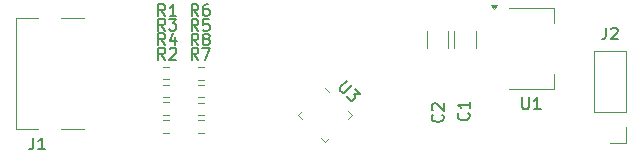
<source format=gto>
G04 #@! TF.GenerationSoftware,KiCad,Pcbnew,9.0.3*
G04 #@! TF.CreationDate,2025-08-03T15:25:39-04:00*
G04 #@! TF.ProjectId,CH32V003F4U6,43483332-5630-4303-9346-3455362e6b69,rev?*
G04 #@! TF.SameCoordinates,Original*
G04 #@! TF.FileFunction,Legend,Top*
G04 #@! TF.FilePolarity,Positive*
%FSLAX46Y46*%
G04 Gerber Fmt 4.6, Leading zero omitted, Abs format (unit mm)*
G04 Created by KiCad (PCBNEW 9.0.3) date 2025-08-03 15:25:39*
%MOMM*%
%LPD*%
G01*
G04 APERTURE LIST*
%ADD10C,0.150000*%
%ADD11C,0.120000*%
G04 APERTURE END LIST*
D10*
X176958666Y-116040819D02*
X176958666Y-116755104D01*
X176958666Y-116755104D02*
X176911047Y-116897961D01*
X176911047Y-116897961D02*
X176815809Y-116993200D01*
X176815809Y-116993200D02*
X176672952Y-117040819D01*
X176672952Y-117040819D02*
X176577714Y-117040819D01*
X177387238Y-116136057D02*
X177434857Y-116088438D01*
X177434857Y-116088438D02*
X177530095Y-116040819D01*
X177530095Y-116040819D02*
X177768190Y-116040819D01*
X177768190Y-116040819D02*
X177863428Y-116088438D01*
X177863428Y-116088438D02*
X177911047Y-116136057D01*
X177911047Y-116136057D02*
X177958666Y-116231295D01*
X177958666Y-116231295D02*
X177958666Y-116326533D01*
X177958666Y-116326533D02*
X177911047Y-116469390D01*
X177911047Y-116469390D02*
X177339619Y-117040819D01*
X177339619Y-117040819D02*
X177958666Y-117040819D01*
X165309580Y-123266666D02*
X165357200Y-123314285D01*
X165357200Y-123314285D02*
X165404819Y-123457142D01*
X165404819Y-123457142D02*
X165404819Y-123552380D01*
X165404819Y-123552380D02*
X165357200Y-123695237D01*
X165357200Y-123695237D02*
X165261961Y-123790475D01*
X165261961Y-123790475D02*
X165166723Y-123838094D01*
X165166723Y-123838094D02*
X164976247Y-123885713D01*
X164976247Y-123885713D02*
X164833390Y-123885713D01*
X164833390Y-123885713D02*
X164642914Y-123838094D01*
X164642914Y-123838094D02*
X164547676Y-123790475D01*
X164547676Y-123790475D02*
X164452438Y-123695237D01*
X164452438Y-123695237D02*
X164404819Y-123552380D01*
X164404819Y-123552380D02*
X164404819Y-123457142D01*
X164404819Y-123457142D02*
X164452438Y-123314285D01*
X164452438Y-123314285D02*
X164500057Y-123266666D01*
X165404819Y-122314285D02*
X165404819Y-122885713D01*
X165404819Y-122599999D02*
X164404819Y-122599999D01*
X164404819Y-122599999D02*
X164547676Y-122695237D01*
X164547676Y-122695237D02*
X164642914Y-122790475D01*
X164642914Y-122790475D02*
X164690533Y-122885713D01*
X128466666Y-125354819D02*
X128466666Y-126069104D01*
X128466666Y-126069104D02*
X128419047Y-126211961D01*
X128419047Y-126211961D02*
X128323809Y-126307200D01*
X128323809Y-126307200D02*
X128180952Y-126354819D01*
X128180952Y-126354819D02*
X128085714Y-126354819D01*
X129466666Y-126354819D02*
X128895238Y-126354819D01*
X129180952Y-126354819D02*
X129180952Y-125354819D01*
X129180952Y-125354819D02*
X129085714Y-125497676D01*
X129085714Y-125497676D02*
X128990476Y-125592914D01*
X128990476Y-125592914D02*
X128895238Y-125640533D01*
X163109580Y-123416666D02*
X163157200Y-123464285D01*
X163157200Y-123464285D02*
X163204819Y-123607142D01*
X163204819Y-123607142D02*
X163204819Y-123702380D01*
X163204819Y-123702380D02*
X163157200Y-123845237D01*
X163157200Y-123845237D02*
X163061961Y-123940475D01*
X163061961Y-123940475D02*
X162966723Y-123988094D01*
X162966723Y-123988094D02*
X162776247Y-124035713D01*
X162776247Y-124035713D02*
X162633390Y-124035713D01*
X162633390Y-124035713D02*
X162442914Y-123988094D01*
X162442914Y-123988094D02*
X162347676Y-123940475D01*
X162347676Y-123940475D02*
X162252438Y-123845237D01*
X162252438Y-123845237D02*
X162204819Y-123702380D01*
X162204819Y-123702380D02*
X162204819Y-123607142D01*
X162204819Y-123607142D02*
X162252438Y-123464285D01*
X162252438Y-123464285D02*
X162300057Y-123416666D01*
X162300057Y-123035713D02*
X162252438Y-122988094D01*
X162252438Y-122988094D02*
X162204819Y-122892856D01*
X162204819Y-122892856D02*
X162204819Y-122654761D01*
X162204819Y-122654761D02*
X162252438Y-122559523D01*
X162252438Y-122559523D02*
X162300057Y-122511904D01*
X162300057Y-122511904D02*
X162395295Y-122464285D01*
X162395295Y-122464285D02*
X162490533Y-122464285D01*
X162490533Y-122464285D02*
X162633390Y-122511904D01*
X162633390Y-122511904D02*
X163204819Y-123083332D01*
X163204819Y-123083332D02*
X163204819Y-122464285D01*
X142433333Y-116331192D02*
X142100000Y-115855001D01*
X141861905Y-116331192D02*
X141861905Y-115331192D01*
X141861905Y-115331192D02*
X142242857Y-115331192D01*
X142242857Y-115331192D02*
X142338095Y-115378811D01*
X142338095Y-115378811D02*
X142385714Y-115426430D01*
X142385714Y-115426430D02*
X142433333Y-115521668D01*
X142433333Y-115521668D02*
X142433333Y-115664525D01*
X142433333Y-115664525D02*
X142385714Y-115759763D01*
X142385714Y-115759763D02*
X142338095Y-115807382D01*
X142338095Y-115807382D02*
X142242857Y-115855001D01*
X142242857Y-115855001D02*
X141861905Y-115855001D01*
X143338095Y-115331192D02*
X142861905Y-115331192D01*
X142861905Y-115331192D02*
X142814286Y-115807382D01*
X142814286Y-115807382D02*
X142861905Y-115759763D01*
X142861905Y-115759763D02*
X142957143Y-115712144D01*
X142957143Y-115712144D02*
X143195238Y-115712144D01*
X143195238Y-115712144D02*
X143290476Y-115759763D01*
X143290476Y-115759763D02*
X143338095Y-115807382D01*
X143338095Y-115807382D02*
X143385714Y-115902620D01*
X143385714Y-115902620D02*
X143385714Y-116140715D01*
X143385714Y-116140715D02*
X143338095Y-116235953D01*
X143338095Y-116235953D02*
X143290476Y-116283573D01*
X143290476Y-116283573D02*
X143195238Y-116331192D01*
X143195238Y-116331192D02*
X142957143Y-116331192D01*
X142957143Y-116331192D02*
X142861905Y-116283573D01*
X142861905Y-116283573D02*
X142814286Y-116235953D01*
X139633333Y-116288152D02*
X139300000Y-115811961D01*
X139061905Y-116288152D02*
X139061905Y-115288152D01*
X139061905Y-115288152D02*
X139442857Y-115288152D01*
X139442857Y-115288152D02*
X139538095Y-115335771D01*
X139538095Y-115335771D02*
X139585714Y-115383390D01*
X139585714Y-115383390D02*
X139633333Y-115478628D01*
X139633333Y-115478628D02*
X139633333Y-115621485D01*
X139633333Y-115621485D02*
X139585714Y-115716723D01*
X139585714Y-115716723D02*
X139538095Y-115764342D01*
X139538095Y-115764342D02*
X139442857Y-115811961D01*
X139442857Y-115811961D02*
X139061905Y-115811961D01*
X139966667Y-115288152D02*
X140585714Y-115288152D01*
X140585714Y-115288152D02*
X140252381Y-115669104D01*
X140252381Y-115669104D02*
X140395238Y-115669104D01*
X140395238Y-115669104D02*
X140490476Y-115716723D01*
X140490476Y-115716723D02*
X140538095Y-115764342D01*
X140538095Y-115764342D02*
X140585714Y-115859580D01*
X140585714Y-115859580D02*
X140585714Y-116097675D01*
X140585714Y-116097675D02*
X140538095Y-116192913D01*
X140538095Y-116192913D02*
X140490476Y-116240533D01*
X140490476Y-116240533D02*
X140395238Y-116288152D01*
X140395238Y-116288152D02*
X140109524Y-116288152D01*
X140109524Y-116288152D02*
X140014286Y-116240533D01*
X140014286Y-116240533D02*
X139966667Y-116192913D01*
X142433333Y-115054819D02*
X142100000Y-114578628D01*
X141861905Y-115054819D02*
X141861905Y-114054819D01*
X141861905Y-114054819D02*
X142242857Y-114054819D01*
X142242857Y-114054819D02*
X142338095Y-114102438D01*
X142338095Y-114102438D02*
X142385714Y-114150057D01*
X142385714Y-114150057D02*
X142433333Y-114245295D01*
X142433333Y-114245295D02*
X142433333Y-114388152D01*
X142433333Y-114388152D02*
X142385714Y-114483390D01*
X142385714Y-114483390D02*
X142338095Y-114531009D01*
X142338095Y-114531009D02*
X142242857Y-114578628D01*
X142242857Y-114578628D02*
X141861905Y-114578628D01*
X143290476Y-114054819D02*
X143100000Y-114054819D01*
X143100000Y-114054819D02*
X143004762Y-114102438D01*
X143004762Y-114102438D02*
X142957143Y-114150057D01*
X142957143Y-114150057D02*
X142861905Y-114292914D01*
X142861905Y-114292914D02*
X142814286Y-114483390D01*
X142814286Y-114483390D02*
X142814286Y-114864342D01*
X142814286Y-114864342D02*
X142861905Y-114959580D01*
X142861905Y-114959580D02*
X142909524Y-115007200D01*
X142909524Y-115007200D02*
X143004762Y-115054819D01*
X143004762Y-115054819D02*
X143195238Y-115054819D01*
X143195238Y-115054819D02*
X143290476Y-115007200D01*
X143290476Y-115007200D02*
X143338095Y-114959580D01*
X143338095Y-114959580D02*
X143385714Y-114864342D01*
X143385714Y-114864342D02*
X143385714Y-114626247D01*
X143385714Y-114626247D02*
X143338095Y-114531009D01*
X143338095Y-114531009D02*
X143290476Y-114483390D01*
X143290476Y-114483390D02*
X143195238Y-114435771D01*
X143195238Y-114435771D02*
X143004762Y-114435771D01*
X143004762Y-114435771D02*
X142909524Y-114483390D01*
X142909524Y-114483390D02*
X142861905Y-114531009D01*
X142861905Y-114531009D02*
X142814286Y-114626247D01*
X142433333Y-117554819D02*
X142100000Y-117078628D01*
X141861905Y-117554819D02*
X141861905Y-116554819D01*
X141861905Y-116554819D02*
X142242857Y-116554819D01*
X142242857Y-116554819D02*
X142338095Y-116602438D01*
X142338095Y-116602438D02*
X142385714Y-116650057D01*
X142385714Y-116650057D02*
X142433333Y-116745295D01*
X142433333Y-116745295D02*
X142433333Y-116888152D01*
X142433333Y-116888152D02*
X142385714Y-116983390D01*
X142385714Y-116983390D02*
X142338095Y-117031009D01*
X142338095Y-117031009D02*
X142242857Y-117078628D01*
X142242857Y-117078628D02*
X141861905Y-117078628D01*
X143004762Y-116983390D02*
X142909524Y-116935771D01*
X142909524Y-116935771D02*
X142861905Y-116888152D01*
X142861905Y-116888152D02*
X142814286Y-116792914D01*
X142814286Y-116792914D02*
X142814286Y-116745295D01*
X142814286Y-116745295D02*
X142861905Y-116650057D01*
X142861905Y-116650057D02*
X142909524Y-116602438D01*
X142909524Y-116602438D02*
X143004762Y-116554819D01*
X143004762Y-116554819D02*
X143195238Y-116554819D01*
X143195238Y-116554819D02*
X143290476Y-116602438D01*
X143290476Y-116602438D02*
X143338095Y-116650057D01*
X143338095Y-116650057D02*
X143385714Y-116745295D01*
X143385714Y-116745295D02*
X143385714Y-116792914D01*
X143385714Y-116792914D02*
X143338095Y-116888152D01*
X143338095Y-116888152D02*
X143290476Y-116935771D01*
X143290476Y-116935771D02*
X143195238Y-116983390D01*
X143195238Y-116983390D02*
X143004762Y-116983390D01*
X143004762Y-116983390D02*
X142909524Y-117031009D01*
X142909524Y-117031009D02*
X142861905Y-117078628D01*
X142861905Y-117078628D02*
X142814286Y-117173866D01*
X142814286Y-117173866D02*
X142814286Y-117364342D01*
X142814286Y-117364342D02*
X142861905Y-117459580D01*
X142861905Y-117459580D02*
X142909524Y-117507200D01*
X142909524Y-117507200D02*
X143004762Y-117554819D01*
X143004762Y-117554819D02*
X143195238Y-117554819D01*
X143195238Y-117554819D02*
X143290476Y-117507200D01*
X143290476Y-117507200D02*
X143338095Y-117459580D01*
X143338095Y-117459580D02*
X143385714Y-117364342D01*
X143385714Y-117364342D02*
X143385714Y-117173866D01*
X143385714Y-117173866D02*
X143338095Y-117078628D01*
X143338095Y-117078628D02*
X143290476Y-117031009D01*
X143290476Y-117031009D02*
X143195238Y-116983390D01*
X139633333Y-117521485D02*
X139300000Y-117045294D01*
X139061905Y-117521485D02*
X139061905Y-116521485D01*
X139061905Y-116521485D02*
X139442857Y-116521485D01*
X139442857Y-116521485D02*
X139538095Y-116569104D01*
X139538095Y-116569104D02*
X139585714Y-116616723D01*
X139585714Y-116616723D02*
X139633333Y-116711961D01*
X139633333Y-116711961D02*
X139633333Y-116854818D01*
X139633333Y-116854818D02*
X139585714Y-116950056D01*
X139585714Y-116950056D02*
X139538095Y-116997675D01*
X139538095Y-116997675D02*
X139442857Y-117045294D01*
X139442857Y-117045294D02*
X139061905Y-117045294D01*
X140490476Y-116854818D02*
X140490476Y-117521485D01*
X140252381Y-116473866D02*
X140014286Y-117188151D01*
X140014286Y-117188151D02*
X140633333Y-117188151D01*
X169838095Y-121954819D02*
X169838095Y-122764342D01*
X169838095Y-122764342D02*
X169885714Y-122859580D01*
X169885714Y-122859580D02*
X169933333Y-122907200D01*
X169933333Y-122907200D02*
X170028571Y-122954819D01*
X170028571Y-122954819D02*
X170219047Y-122954819D01*
X170219047Y-122954819D02*
X170314285Y-122907200D01*
X170314285Y-122907200D02*
X170361904Y-122859580D01*
X170361904Y-122859580D02*
X170409523Y-122764342D01*
X170409523Y-122764342D02*
X170409523Y-121954819D01*
X171409523Y-122954819D02*
X170838095Y-122954819D01*
X171123809Y-122954819D02*
X171123809Y-121954819D01*
X171123809Y-121954819D02*
X171028571Y-122097676D01*
X171028571Y-122097676D02*
X170933333Y-122192914D01*
X170933333Y-122192914D02*
X170838095Y-122240533D01*
X142433333Y-118754819D02*
X142100000Y-118278628D01*
X141861905Y-118754819D02*
X141861905Y-117754819D01*
X141861905Y-117754819D02*
X142242857Y-117754819D01*
X142242857Y-117754819D02*
X142338095Y-117802438D01*
X142338095Y-117802438D02*
X142385714Y-117850057D01*
X142385714Y-117850057D02*
X142433333Y-117945295D01*
X142433333Y-117945295D02*
X142433333Y-118088152D01*
X142433333Y-118088152D02*
X142385714Y-118183390D01*
X142385714Y-118183390D02*
X142338095Y-118231009D01*
X142338095Y-118231009D02*
X142242857Y-118278628D01*
X142242857Y-118278628D02*
X141861905Y-118278628D01*
X142766667Y-117754819D02*
X143433333Y-117754819D01*
X143433333Y-117754819D02*
X143004762Y-118754819D01*
X155002794Y-120525709D02*
X154430374Y-121098129D01*
X154430374Y-121098129D02*
X154396702Y-121199144D01*
X154396702Y-121199144D02*
X154396702Y-121266488D01*
X154396702Y-121266488D02*
X154430374Y-121367503D01*
X154430374Y-121367503D02*
X154565061Y-121502190D01*
X154565061Y-121502190D02*
X154666076Y-121535862D01*
X154666076Y-121535862D02*
X154733420Y-121535862D01*
X154733420Y-121535862D02*
X154834435Y-121502190D01*
X154834435Y-121502190D02*
X155406855Y-120929770D01*
X155676229Y-121199144D02*
X156113961Y-121636877D01*
X156113961Y-121636877D02*
X155608885Y-121670549D01*
X155608885Y-121670549D02*
X155709900Y-121771564D01*
X155709900Y-121771564D02*
X155743572Y-121872579D01*
X155743572Y-121872579D02*
X155743572Y-121939923D01*
X155743572Y-121939923D02*
X155709900Y-122040938D01*
X155709900Y-122040938D02*
X155541542Y-122209297D01*
X155541542Y-122209297D02*
X155440526Y-122242969D01*
X155440526Y-122242969D02*
X155373183Y-122242969D01*
X155373183Y-122242969D02*
X155272168Y-122209297D01*
X155272168Y-122209297D02*
X155070137Y-122007266D01*
X155070137Y-122007266D02*
X155036465Y-121906251D01*
X155036465Y-121906251D02*
X155036465Y-121838908D01*
X139633333Y-118754818D02*
X139300000Y-118278627D01*
X139061905Y-118754818D02*
X139061905Y-117754818D01*
X139061905Y-117754818D02*
X139442857Y-117754818D01*
X139442857Y-117754818D02*
X139538095Y-117802437D01*
X139538095Y-117802437D02*
X139585714Y-117850056D01*
X139585714Y-117850056D02*
X139633333Y-117945294D01*
X139633333Y-117945294D02*
X139633333Y-118088151D01*
X139633333Y-118088151D02*
X139585714Y-118183389D01*
X139585714Y-118183389D02*
X139538095Y-118231008D01*
X139538095Y-118231008D02*
X139442857Y-118278627D01*
X139442857Y-118278627D02*
X139061905Y-118278627D01*
X140014286Y-117850056D02*
X140061905Y-117802437D01*
X140061905Y-117802437D02*
X140157143Y-117754818D01*
X140157143Y-117754818D02*
X140395238Y-117754818D01*
X140395238Y-117754818D02*
X140490476Y-117802437D01*
X140490476Y-117802437D02*
X140538095Y-117850056D01*
X140538095Y-117850056D02*
X140585714Y-117945294D01*
X140585714Y-117945294D02*
X140585714Y-118040532D01*
X140585714Y-118040532D02*
X140538095Y-118183389D01*
X140538095Y-118183389D02*
X139966667Y-118754818D01*
X139966667Y-118754818D02*
X140585714Y-118754818D01*
X139633333Y-115054819D02*
X139300000Y-114578628D01*
X139061905Y-115054819D02*
X139061905Y-114054819D01*
X139061905Y-114054819D02*
X139442857Y-114054819D01*
X139442857Y-114054819D02*
X139538095Y-114102438D01*
X139538095Y-114102438D02*
X139585714Y-114150057D01*
X139585714Y-114150057D02*
X139633333Y-114245295D01*
X139633333Y-114245295D02*
X139633333Y-114388152D01*
X139633333Y-114388152D02*
X139585714Y-114483390D01*
X139585714Y-114483390D02*
X139538095Y-114531009D01*
X139538095Y-114531009D02*
X139442857Y-114578628D01*
X139442857Y-114578628D02*
X139061905Y-114578628D01*
X140585714Y-115054819D02*
X140014286Y-115054819D01*
X140300000Y-115054819D02*
X140300000Y-114054819D01*
X140300000Y-114054819D02*
X140204762Y-114197676D01*
X140204762Y-114197676D02*
X140109524Y-114292914D01*
X140109524Y-114292914D02*
X140014286Y-114340533D01*
D11*
X175962000Y-123175000D02*
X175962000Y-118035000D01*
X178622000Y-118035000D02*
X175962000Y-118035000D01*
X178622000Y-123175000D02*
X175962000Y-123175000D01*
X178622000Y-123175000D02*
X178622000Y-118035000D01*
X178622000Y-124445000D02*
X178622000Y-125775000D01*
X178622000Y-125775000D02*
X177292000Y-125775000D01*
X164090000Y-117773752D02*
X164090000Y-116351248D01*
X165910000Y-117773752D02*
X165910000Y-116351248D01*
X127000000Y-115200000D02*
X128900000Y-115200000D01*
X127000000Y-124600000D02*
X127000000Y-115200000D01*
X127000000Y-124600000D02*
X128900000Y-124600000D01*
X130800000Y-115200000D02*
X132800000Y-115200000D01*
X130800000Y-124600000D02*
X132800000Y-124600000D01*
X161790000Y-117773752D02*
X161790000Y-116351248D01*
X163610000Y-117773752D02*
X163610000Y-116351248D01*
X142437742Y-120895438D02*
X142912258Y-120895438D01*
X142437742Y-121940438D02*
X142912258Y-121940438D01*
X139437742Y-120869065D02*
X139912258Y-120869065D01*
X139437742Y-121914065D02*
X139912258Y-121914065D01*
X142437742Y-119404408D02*
X142912258Y-119404408D01*
X142437742Y-120449408D02*
X142912258Y-120449408D01*
X142437742Y-122386468D02*
X142912258Y-122386468D01*
X142437742Y-123431468D02*
X142912258Y-123431468D01*
X139437742Y-122377500D02*
X139912258Y-122377500D01*
X139437742Y-123422500D02*
X139912258Y-123422500D01*
X168750000Y-114390000D02*
X172510000Y-114390000D01*
X168750000Y-121210000D02*
X172510000Y-121210000D01*
X172510000Y-114390000D02*
X172510000Y-115650000D01*
X172510000Y-121210000D02*
X172510000Y-119950000D01*
X167470000Y-114490000D02*
X167230000Y-114160000D01*
X167710000Y-114160000D01*
X167470000Y-114490000D01*
G36*
X167470000Y-114490000D02*
G01*
X167230000Y-114160000D01*
X167710000Y-114160000D01*
X167470000Y-114490000D01*
G37*
X142437742Y-123877498D02*
X142912258Y-123877498D01*
X142437742Y-124922498D02*
X142912258Y-124922498D01*
X150885116Y-123444000D02*
X151203314Y-123125802D01*
X151203314Y-123762198D02*
X150885116Y-123444000D01*
X152843802Y-125402686D02*
X153162000Y-125720884D01*
X153162000Y-125720884D02*
X153480198Y-125402686D01*
X153480198Y-121485314D02*
X153162000Y-121167116D01*
X155120686Y-123125802D02*
X155438884Y-123444000D01*
X155438884Y-123444000D02*
X155120686Y-123762198D01*
X139437742Y-123877500D02*
X139912258Y-123877500D01*
X139437742Y-124922500D02*
X139912258Y-124922500D01*
X139437742Y-119369065D02*
X139912258Y-119369065D01*
X139437742Y-120414065D02*
X139912258Y-120414065D01*
%LPC*%
G36*
X129882000Y-128866000D02*
G01*
X128182000Y-128866000D01*
X128182000Y-127166000D01*
X129882000Y-127166000D01*
X129882000Y-128866000D01*
G37*
G36*
X131818742Y-127202601D02*
G01*
X131972687Y-127266367D01*
X132111234Y-127358941D01*
X132229059Y-127476766D01*
X132321633Y-127615313D01*
X132385399Y-127769258D01*
X132417907Y-127932685D01*
X132417907Y-128099315D01*
X132385399Y-128262742D01*
X132321633Y-128416687D01*
X132229059Y-128555234D01*
X132111234Y-128673059D01*
X131972687Y-128765633D01*
X131818742Y-128829399D01*
X131655315Y-128861907D01*
X131488685Y-128861907D01*
X131325258Y-128829399D01*
X131171313Y-128765633D01*
X131032766Y-128673059D01*
X130914941Y-128555234D01*
X130822367Y-128416687D01*
X130758601Y-128262742D01*
X130726093Y-128099315D01*
X130726093Y-127932685D01*
X130758601Y-127769258D01*
X130822367Y-127615313D01*
X130914941Y-127476766D01*
X131032766Y-127358941D01*
X131171313Y-127266367D01*
X131325258Y-127202601D01*
X131488685Y-127170093D01*
X131655315Y-127170093D01*
X131818742Y-127202601D01*
G37*
G36*
X134358742Y-127202601D02*
G01*
X134512687Y-127266367D01*
X134651234Y-127358941D01*
X134769059Y-127476766D01*
X134861633Y-127615313D01*
X134925399Y-127769258D01*
X134957907Y-127932685D01*
X134957907Y-128099315D01*
X134925399Y-128262742D01*
X134861633Y-128416687D01*
X134769059Y-128555234D01*
X134651234Y-128673059D01*
X134512687Y-128765633D01*
X134358742Y-128829399D01*
X134195315Y-128861907D01*
X134028685Y-128861907D01*
X133865258Y-128829399D01*
X133711313Y-128765633D01*
X133572766Y-128673059D01*
X133454941Y-128555234D01*
X133362367Y-128416687D01*
X133298601Y-128262742D01*
X133266093Y-128099315D01*
X133266093Y-127932685D01*
X133298601Y-127769258D01*
X133362367Y-127615313D01*
X133454941Y-127476766D01*
X133572766Y-127358941D01*
X133711313Y-127266367D01*
X133865258Y-127202601D01*
X134028685Y-127170093D01*
X134195315Y-127170093D01*
X134358742Y-127202601D01*
G37*
G36*
X136898742Y-127202601D02*
G01*
X137052687Y-127266367D01*
X137191234Y-127358941D01*
X137309059Y-127476766D01*
X137401633Y-127615313D01*
X137465399Y-127769258D01*
X137497907Y-127932685D01*
X137497907Y-128099315D01*
X137465399Y-128262742D01*
X137401633Y-128416687D01*
X137309059Y-128555234D01*
X137191234Y-128673059D01*
X137052687Y-128765633D01*
X136898742Y-128829399D01*
X136735315Y-128861907D01*
X136568685Y-128861907D01*
X136405258Y-128829399D01*
X136251313Y-128765633D01*
X136112766Y-128673059D01*
X135994941Y-128555234D01*
X135902367Y-128416687D01*
X135838601Y-128262742D01*
X135806093Y-128099315D01*
X135806093Y-127932685D01*
X135838601Y-127769258D01*
X135902367Y-127615313D01*
X135994941Y-127476766D01*
X136112766Y-127358941D01*
X136251313Y-127266367D01*
X136405258Y-127202601D01*
X136568685Y-127170093D01*
X136735315Y-127170093D01*
X136898742Y-127202601D01*
G37*
G36*
X139438742Y-127202601D02*
G01*
X139592687Y-127266367D01*
X139731234Y-127358941D01*
X139849059Y-127476766D01*
X139941633Y-127615313D01*
X140005399Y-127769258D01*
X140037907Y-127932685D01*
X140037907Y-128099315D01*
X140005399Y-128262742D01*
X139941633Y-128416687D01*
X139849059Y-128555234D01*
X139731234Y-128673059D01*
X139592687Y-128765633D01*
X139438742Y-128829399D01*
X139275315Y-128861907D01*
X139108685Y-128861907D01*
X138945258Y-128829399D01*
X138791313Y-128765633D01*
X138652766Y-128673059D01*
X138534941Y-128555234D01*
X138442367Y-128416687D01*
X138378601Y-128262742D01*
X138346093Y-128099315D01*
X138346093Y-127932685D01*
X138378601Y-127769258D01*
X138442367Y-127615313D01*
X138534941Y-127476766D01*
X138652766Y-127358941D01*
X138791313Y-127266367D01*
X138945258Y-127202601D01*
X139108685Y-127170093D01*
X139275315Y-127170093D01*
X139438742Y-127202601D01*
G37*
G36*
X141978742Y-127202601D02*
G01*
X142132687Y-127266367D01*
X142271234Y-127358941D01*
X142389059Y-127476766D01*
X142481633Y-127615313D01*
X142545399Y-127769258D01*
X142577907Y-127932685D01*
X142577907Y-128099315D01*
X142545399Y-128262742D01*
X142481633Y-128416687D01*
X142389059Y-128555234D01*
X142271234Y-128673059D01*
X142132687Y-128765633D01*
X141978742Y-128829399D01*
X141815315Y-128861907D01*
X141648685Y-128861907D01*
X141485258Y-128829399D01*
X141331313Y-128765633D01*
X141192766Y-128673059D01*
X141074941Y-128555234D01*
X140982367Y-128416687D01*
X140918601Y-128262742D01*
X140886093Y-128099315D01*
X140886093Y-127932685D01*
X140918601Y-127769258D01*
X140982367Y-127615313D01*
X141074941Y-127476766D01*
X141192766Y-127358941D01*
X141331313Y-127266367D01*
X141485258Y-127202601D01*
X141648685Y-127170093D01*
X141815315Y-127170093D01*
X141978742Y-127202601D01*
G37*
G36*
X144518742Y-127202601D02*
G01*
X144672687Y-127266367D01*
X144811234Y-127358941D01*
X144929059Y-127476766D01*
X145021633Y-127615313D01*
X145085399Y-127769258D01*
X145117907Y-127932685D01*
X145117907Y-128099315D01*
X145085399Y-128262742D01*
X145021633Y-128416687D01*
X144929059Y-128555234D01*
X144811234Y-128673059D01*
X144672687Y-128765633D01*
X144518742Y-128829399D01*
X144355315Y-128861907D01*
X144188685Y-128861907D01*
X144025258Y-128829399D01*
X143871313Y-128765633D01*
X143732766Y-128673059D01*
X143614941Y-128555234D01*
X143522367Y-128416687D01*
X143458601Y-128262742D01*
X143426093Y-128099315D01*
X143426093Y-127932685D01*
X143458601Y-127769258D01*
X143522367Y-127615313D01*
X143614941Y-127476766D01*
X143732766Y-127358941D01*
X143871313Y-127266367D01*
X144025258Y-127202601D01*
X144188685Y-127170093D01*
X144355315Y-127170093D01*
X144518742Y-127202601D01*
G37*
G36*
X147058742Y-127202601D02*
G01*
X147212687Y-127266367D01*
X147351234Y-127358941D01*
X147469059Y-127476766D01*
X147561633Y-127615313D01*
X147625399Y-127769258D01*
X147657907Y-127932685D01*
X147657907Y-128099315D01*
X147625399Y-128262742D01*
X147561633Y-128416687D01*
X147469059Y-128555234D01*
X147351234Y-128673059D01*
X147212687Y-128765633D01*
X147058742Y-128829399D01*
X146895315Y-128861907D01*
X146728685Y-128861907D01*
X146565258Y-128829399D01*
X146411313Y-128765633D01*
X146272766Y-128673059D01*
X146154941Y-128555234D01*
X146062367Y-128416687D01*
X145998601Y-128262742D01*
X145966093Y-128099315D01*
X145966093Y-127932685D01*
X145998601Y-127769258D01*
X146062367Y-127615313D01*
X146154941Y-127476766D01*
X146272766Y-127358941D01*
X146411313Y-127266367D01*
X146565258Y-127202601D01*
X146728685Y-127170093D01*
X146895315Y-127170093D01*
X147058742Y-127202601D01*
G37*
G36*
X149598742Y-127202601D02*
G01*
X149752687Y-127266367D01*
X149891234Y-127358941D01*
X150009059Y-127476766D01*
X150101633Y-127615313D01*
X150165399Y-127769258D01*
X150197907Y-127932685D01*
X150197907Y-128099315D01*
X150165399Y-128262742D01*
X150101633Y-128416687D01*
X150009059Y-128555234D01*
X149891234Y-128673059D01*
X149752687Y-128765633D01*
X149598742Y-128829399D01*
X149435315Y-128861907D01*
X149268685Y-128861907D01*
X149105258Y-128829399D01*
X148951313Y-128765633D01*
X148812766Y-128673059D01*
X148694941Y-128555234D01*
X148602367Y-128416687D01*
X148538601Y-128262742D01*
X148506093Y-128099315D01*
X148506093Y-127932685D01*
X148538601Y-127769258D01*
X148602367Y-127615313D01*
X148694941Y-127476766D01*
X148812766Y-127358941D01*
X148951313Y-127266367D01*
X149105258Y-127202601D01*
X149268685Y-127170093D01*
X149435315Y-127170093D01*
X149598742Y-127202601D01*
G37*
G36*
X152138742Y-127202601D02*
G01*
X152292687Y-127266367D01*
X152431234Y-127358941D01*
X152549059Y-127476766D01*
X152641633Y-127615313D01*
X152705399Y-127769258D01*
X152737907Y-127932685D01*
X152737907Y-128099315D01*
X152705399Y-128262742D01*
X152641633Y-128416687D01*
X152549059Y-128555234D01*
X152431234Y-128673059D01*
X152292687Y-128765633D01*
X152138742Y-128829399D01*
X151975315Y-128861907D01*
X151808685Y-128861907D01*
X151645258Y-128829399D01*
X151491313Y-128765633D01*
X151352766Y-128673059D01*
X151234941Y-128555234D01*
X151142367Y-128416687D01*
X151078601Y-128262742D01*
X151046093Y-128099315D01*
X151046093Y-127932685D01*
X151078601Y-127769258D01*
X151142367Y-127615313D01*
X151234941Y-127476766D01*
X151352766Y-127358941D01*
X151491313Y-127266367D01*
X151645258Y-127202601D01*
X151808685Y-127170093D01*
X151975315Y-127170093D01*
X152138742Y-127202601D01*
G37*
G36*
X154678742Y-127202601D02*
G01*
X154832687Y-127266367D01*
X154971234Y-127358941D01*
X155089059Y-127476766D01*
X155181633Y-127615313D01*
X155245399Y-127769258D01*
X155277907Y-127932685D01*
X155277907Y-128099315D01*
X155245399Y-128262742D01*
X155181633Y-128416687D01*
X155089059Y-128555234D01*
X154971234Y-128673059D01*
X154832687Y-128765633D01*
X154678742Y-128829399D01*
X154515315Y-128861907D01*
X154348685Y-128861907D01*
X154185258Y-128829399D01*
X154031313Y-128765633D01*
X153892766Y-128673059D01*
X153774941Y-128555234D01*
X153682367Y-128416687D01*
X153618601Y-128262742D01*
X153586093Y-128099315D01*
X153586093Y-127932685D01*
X153618601Y-127769258D01*
X153682367Y-127615313D01*
X153774941Y-127476766D01*
X153892766Y-127358941D01*
X154031313Y-127266367D01*
X154185258Y-127202601D01*
X154348685Y-127170093D01*
X154515315Y-127170093D01*
X154678742Y-127202601D01*
G37*
G36*
X157218742Y-127202601D02*
G01*
X157372687Y-127266367D01*
X157511234Y-127358941D01*
X157629059Y-127476766D01*
X157721633Y-127615313D01*
X157785399Y-127769258D01*
X157817907Y-127932685D01*
X157817907Y-128099315D01*
X157785399Y-128262742D01*
X157721633Y-128416687D01*
X157629059Y-128555234D01*
X157511234Y-128673059D01*
X157372687Y-128765633D01*
X157218742Y-128829399D01*
X157055315Y-128861907D01*
X156888685Y-128861907D01*
X156725258Y-128829399D01*
X156571313Y-128765633D01*
X156432766Y-128673059D01*
X156314941Y-128555234D01*
X156222367Y-128416687D01*
X156158601Y-128262742D01*
X156126093Y-128099315D01*
X156126093Y-127932685D01*
X156158601Y-127769258D01*
X156222367Y-127615313D01*
X156314941Y-127476766D01*
X156432766Y-127358941D01*
X156571313Y-127266367D01*
X156725258Y-127202601D01*
X156888685Y-127170093D01*
X157055315Y-127170093D01*
X157218742Y-127202601D01*
G37*
G36*
X159758742Y-127202601D02*
G01*
X159912687Y-127266367D01*
X160051234Y-127358941D01*
X160169059Y-127476766D01*
X160261633Y-127615313D01*
X160325399Y-127769258D01*
X160357907Y-127932685D01*
X160357907Y-128099315D01*
X160325399Y-128262742D01*
X160261633Y-128416687D01*
X160169059Y-128555234D01*
X160051234Y-128673059D01*
X159912687Y-128765633D01*
X159758742Y-128829399D01*
X159595315Y-128861907D01*
X159428685Y-128861907D01*
X159265258Y-128829399D01*
X159111313Y-128765633D01*
X158972766Y-128673059D01*
X158854941Y-128555234D01*
X158762367Y-128416687D01*
X158698601Y-128262742D01*
X158666093Y-128099315D01*
X158666093Y-127932685D01*
X158698601Y-127769258D01*
X158762367Y-127615313D01*
X158854941Y-127476766D01*
X158972766Y-127358941D01*
X159111313Y-127266367D01*
X159265258Y-127202601D01*
X159428685Y-127170093D01*
X159595315Y-127170093D01*
X159758742Y-127202601D01*
G37*
G36*
X162298742Y-127202601D02*
G01*
X162452687Y-127266367D01*
X162591234Y-127358941D01*
X162709059Y-127476766D01*
X162801633Y-127615313D01*
X162865399Y-127769258D01*
X162897907Y-127932685D01*
X162897907Y-128099315D01*
X162865399Y-128262742D01*
X162801633Y-128416687D01*
X162709059Y-128555234D01*
X162591234Y-128673059D01*
X162452687Y-128765633D01*
X162298742Y-128829399D01*
X162135315Y-128861907D01*
X161968685Y-128861907D01*
X161805258Y-128829399D01*
X161651313Y-128765633D01*
X161512766Y-128673059D01*
X161394941Y-128555234D01*
X161302367Y-128416687D01*
X161238601Y-128262742D01*
X161206093Y-128099315D01*
X161206093Y-127932685D01*
X161238601Y-127769258D01*
X161302367Y-127615313D01*
X161394941Y-127476766D01*
X161512766Y-127358941D01*
X161651313Y-127266367D01*
X161805258Y-127202601D01*
X161968685Y-127170093D01*
X162135315Y-127170093D01*
X162298742Y-127202601D01*
G37*
G36*
X164838742Y-127202601D02*
G01*
X164992687Y-127266367D01*
X165131234Y-127358941D01*
X165249059Y-127476766D01*
X165341633Y-127615313D01*
X165405399Y-127769258D01*
X165437907Y-127932685D01*
X165437907Y-128099315D01*
X165405399Y-128262742D01*
X165341633Y-128416687D01*
X165249059Y-128555234D01*
X165131234Y-128673059D01*
X164992687Y-128765633D01*
X164838742Y-128829399D01*
X164675315Y-128861907D01*
X164508685Y-128861907D01*
X164345258Y-128829399D01*
X164191313Y-128765633D01*
X164052766Y-128673059D01*
X163934941Y-128555234D01*
X163842367Y-128416687D01*
X163778601Y-128262742D01*
X163746093Y-128099315D01*
X163746093Y-127932685D01*
X163778601Y-127769258D01*
X163842367Y-127615313D01*
X163934941Y-127476766D01*
X164052766Y-127358941D01*
X164191313Y-127266367D01*
X164345258Y-127202601D01*
X164508685Y-127170093D01*
X164675315Y-127170093D01*
X164838742Y-127202601D01*
G37*
G36*
X167378742Y-127202601D02*
G01*
X167532687Y-127266367D01*
X167671234Y-127358941D01*
X167789059Y-127476766D01*
X167881633Y-127615313D01*
X167945399Y-127769258D01*
X167977907Y-127932685D01*
X167977907Y-128099315D01*
X167945399Y-128262742D01*
X167881633Y-128416687D01*
X167789059Y-128555234D01*
X167671234Y-128673059D01*
X167532687Y-128765633D01*
X167378742Y-128829399D01*
X167215315Y-128861907D01*
X167048685Y-128861907D01*
X166885258Y-128829399D01*
X166731313Y-128765633D01*
X166592766Y-128673059D01*
X166474941Y-128555234D01*
X166382367Y-128416687D01*
X166318601Y-128262742D01*
X166286093Y-128099315D01*
X166286093Y-127932685D01*
X166318601Y-127769258D01*
X166382367Y-127615313D01*
X166474941Y-127476766D01*
X166592766Y-127358941D01*
X166731313Y-127266367D01*
X166885258Y-127202601D01*
X167048685Y-127170093D01*
X167215315Y-127170093D01*
X167378742Y-127202601D01*
G37*
G36*
X169918742Y-127202601D02*
G01*
X170072687Y-127266367D01*
X170211234Y-127358941D01*
X170329059Y-127476766D01*
X170421633Y-127615313D01*
X170485399Y-127769258D01*
X170517907Y-127932685D01*
X170517907Y-128099315D01*
X170485399Y-128262742D01*
X170421633Y-128416687D01*
X170329059Y-128555234D01*
X170211234Y-128673059D01*
X170072687Y-128765633D01*
X169918742Y-128829399D01*
X169755315Y-128861907D01*
X169588685Y-128861907D01*
X169425258Y-128829399D01*
X169271313Y-128765633D01*
X169132766Y-128673059D01*
X169014941Y-128555234D01*
X168922367Y-128416687D01*
X168858601Y-128262742D01*
X168826093Y-128099315D01*
X168826093Y-127932685D01*
X168858601Y-127769258D01*
X168922367Y-127615313D01*
X169014941Y-127476766D01*
X169132766Y-127358941D01*
X169271313Y-127266367D01*
X169425258Y-127202601D01*
X169588685Y-127170093D01*
X169755315Y-127170093D01*
X169918742Y-127202601D01*
G37*
G36*
X172458742Y-127202601D02*
G01*
X172612687Y-127266367D01*
X172751234Y-127358941D01*
X172869059Y-127476766D01*
X172961633Y-127615313D01*
X173025399Y-127769258D01*
X173057907Y-127932685D01*
X173057907Y-128099315D01*
X173025399Y-128262742D01*
X172961633Y-128416687D01*
X172869059Y-128555234D01*
X172751234Y-128673059D01*
X172612687Y-128765633D01*
X172458742Y-128829399D01*
X172295315Y-128861907D01*
X172128685Y-128861907D01*
X171965258Y-128829399D01*
X171811313Y-128765633D01*
X171672766Y-128673059D01*
X171554941Y-128555234D01*
X171462367Y-128416687D01*
X171398601Y-128262742D01*
X171366093Y-128099315D01*
X171366093Y-127932685D01*
X171398601Y-127769258D01*
X171462367Y-127615313D01*
X171554941Y-127476766D01*
X171672766Y-127358941D01*
X171811313Y-127266367D01*
X171965258Y-127202601D01*
X172128685Y-127170093D01*
X172295315Y-127170093D01*
X172458742Y-127202601D01*
G37*
G36*
X174998742Y-127202601D02*
G01*
X175152687Y-127266367D01*
X175291234Y-127358941D01*
X175409059Y-127476766D01*
X175501633Y-127615313D01*
X175565399Y-127769258D01*
X175597907Y-127932685D01*
X175597907Y-128099315D01*
X175565399Y-128262742D01*
X175501633Y-128416687D01*
X175409059Y-128555234D01*
X175291234Y-128673059D01*
X175152687Y-128765633D01*
X174998742Y-128829399D01*
X174835315Y-128861907D01*
X174668685Y-128861907D01*
X174505258Y-128829399D01*
X174351313Y-128765633D01*
X174212766Y-128673059D01*
X174094941Y-128555234D01*
X174002367Y-128416687D01*
X173938601Y-128262742D01*
X173906093Y-128099315D01*
X173906093Y-127932685D01*
X173938601Y-127769258D01*
X174002367Y-127615313D01*
X174094941Y-127476766D01*
X174212766Y-127358941D01*
X174351313Y-127266367D01*
X174505258Y-127202601D01*
X174668685Y-127170093D01*
X174835315Y-127170093D01*
X174998742Y-127202601D01*
G37*
G36*
X177538742Y-127202601D02*
G01*
X177692687Y-127266367D01*
X177831234Y-127358941D01*
X177949059Y-127476766D01*
X178041633Y-127615313D01*
X178105399Y-127769258D01*
X178137907Y-127932685D01*
X178137907Y-128099315D01*
X178105399Y-128262742D01*
X178041633Y-128416687D01*
X177949059Y-128555234D01*
X177831234Y-128673059D01*
X177692687Y-128765633D01*
X177538742Y-128829399D01*
X177375315Y-128861907D01*
X177208685Y-128861907D01*
X177045258Y-128829399D01*
X176891313Y-128765633D01*
X176752766Y-128673059D01*
X176634941Y-128555234D01*
X176542367Y-128416687D01*
X176478601Y-128262742D01*
X176446093Y-128099315D01*
X176446093Y-127932685D01*
X176478601Y-127769258D01*
X176542367Y-127615313D01*
X176634941Y-127476766D01*
X176752766Y-127358941D01*
X176891313Y-127266367D01*
X177045258Y-127202601D01*
X177208685Y-127170093D01*
X177375315Y-127170093D01*
X177538742Y-127202601D01*
G37*
G36*
X152951325Y-124688276D02*
G01*
X152967546Y-124699114D01*
X153038257Y-124769825D01*
X153049095Y-124786046D01*
X153052901Y-124805180D01*
X153049095Y-124824315D01*
X153038257Y-124840536D01*
X152507927Y-125370866D01*
X152491706Y-125381704D01*
X152472571Y-125385510D01*
X152453437Y-125381704D01*
X152437216Y-125370866D01*
X152366505Y-125300155D01*
X152355667Y-125283934D01*
X152351861Y-125264800D01*
X152355667Y-125245665D01*
X152366505Y-125229444D01*
X152896835Y-124699114D01*
X152913056Y-124688276D01*
X152932191Y-124684470D01*
X152951325Y-124688276D01*
G37*
G36*
X153410944Y-124688276D02*
G01*
X153427165Y-124699114D01*
X153957495Y-125229444D01*
X153968333Y-125245665D01*
X153972139Y-125264800D01*
X153968333Y-125283934D01*
X153957495Y-125300155D01*
X153886784Y-125370866D01*
X153870563Y-125381704D01*
X153851429Y-125385510D01*
X153832294Y-125381704D01*
X153816073Y-125370866D01*
X153285743Y-124840536D01*
X153274905Y-124824315D01*
X153271099Y-124805180D01*
X153274905Y-124786046D01*
X153285743Y-124769825D01*
X153321098Y-124734470D01*
X153352273Y-124703294D01*
X153352276Y-124703291D01*
X153356454Y-124699114D01*
X153372675Y-124688276D01*
X153391809Y-124684470D01*
X153410944Y-124688276D01*
G37*
G36*
X178142000Y-125295000D02*
G01*
X176442000Y-125295000D01*
X176442000Y-123595000D01*
X178142000Y-123595000D01*
X178142000Y-125295000D01*
G37*
G36*
X152668482Y-124405434D02*
G01*
X152684703Y-124416272D01*
X152755414Y-124486983D01*
X152766252Y-124503204D01*
X152770058Y-124522338D01*
X152766252Y-124541473D01*
X152755414Y-124557694D01*
X152225084Y-125088024D01*
X152208863Y-125098862D01*
X152189728Y-125102668D01*
X152170594Y-125098862D01*
X152154373Y-125088024D01*
X152083662Y-125017313D01*
X152072824Y-125001092D01*
X152069018Y-124981958D01*
X152072824Y-124962823D01*
X152083662Y-124946602D01*
X152613992Y-124416272D01*
X152630213Y-124405434D01*
X152649348Y-124401628D01*
X152668482Y-124405434D01*
G37*
G36*
X153693787Y-124405434D02*
G01*
X153710008Y-124416272D01*
X154240338Y-124946602D01*
X154251176Y-124962823D01*
X154254982Y-124981958D01*
X154251176Y-125001092D01*
X154240338Y-125017313D01*
X154169627Y-125088024D01*
X154153406Y-125098862D01*
X154134272Y-125102668D01*
X154115137Y-125098862D01*
X154098916Y-125088024D01*
X153568586Y-124557694D01*
X153557748Y-124541473D01*
X153553942Y-124522338D01*
X153557748Y-124503204D01*
X153568586Y-124486983D01*
X153599763Y-124455806D01*
X153635116Y-124420452D01*
X153635119Y-124420449D01*
X153639297Y-124416272D01*
X153655518Y-124405434D01*
X153674652Y-124401628D01*
X153693787Y-124405434D01*
G37*
G36*
X139126537Y-123940224D02*
G01*
X139191421Y-123983579D01*
X139234776Y-124048463D01*
X139250000Y-124125000D01*
X139250000Y-124675000D01*
X139234776Y-124751537D01*
X139191421Y-124816421D01*
X139126537Y-124859776D01*
X139050000Y-124875000D01*
X138650000Y-124875000D01*
X138573463Y-124859776D01*
X138508579Y-124816421D01*
X138465224Y-124751537D01*
X138450000Y-124675000D01*
X138450000Y-124125000D01*
X138465224Y-124048463D01*
X138508579Y-123983579D01*
X138573463Y-123940224D01*
X138650000Y-123925000D01*
X139050000Y-123925000D01*
X139126537Y-123940224D01*
G37*
G36*
X140776537Y-123940224D02*
G01*
X140841421Y-123983579D01*
X140884776Y-124048463D01*
X140900000Y-124125000D01*
X140900000Y-124675000D01*
X140884776Y-124751537D01*
X140841421Y-124816421D01*
X140776537Y-124859776D01*
X140700000Y-124875000D01*
X140300000Y-124875000D01*
X140223463Y-124859776D01*
X140158579Y-124816421D01*
X140115224Y-124751537D01*
X140100000Y-124675000D01*
X140100000Y-124125000D01*
X140115224Y-124048463D01*
X140158579Y-123983579D01*
X140223463Y-123940224D01*
X140300000Y-123925000D01*
X140700000Y-123925000D01*
X140776537Y-123940224D01*
G37*
G36*
X142126537Y-123940222D02*
G01*
X142191421Y-123983577D01*
X142234776Y-124048461D01*
X142250000Y-124124998D01*
X142250000Y-124674998D01*
X142234776Y-124751535D01*
X142191421Y-124816419D01*
X142126537Y-124859774D01*
X142050000Y-124874998D01*
X141650000Y-124874998D01*
X141573463Y-124859774D01*
X141508579Y-124816419D01*
X141465224Y-124751535D01*
X141450000Y-124674998D01*
X141450000Y-124124998D01*
X141465224Y-124048461D01*
X141508579Y-123983577D01*
X141573463Y-123940222D01*
X141650000Y-123924998D01*
X142050000Y-123924998D01*
X142126537Y-123940222D01*
G37*
G36*
X143776537Y-123940222D02*
G01*
X143841421Y-123983577D01*
X143884776Y-124048461D01*
X143900000Y-124124998D01*
X143900000Y-124674998D01*
X143884776Y-124751535D01*
X143841421Y-124816419D01*
X143776537Y-124859774D01*
X143700000Y-124874998D01*
X143300000Y-124874998D01*
X143223463Y-124859774D01*
X143158579Y-124816419D01*
X143115224Y-124751535D01*
X143100000Y-124674998D01*
X143100000Y-124124998D01*
X143115224Y-124048461D01*
X143158579Y-123983577D01*
X143223463Y-123940222D01*
X143300000Y-123924998D01*
X143700000Y-123924998D01*
X143776537Y-123940222D01*
G37*
G36*
X152385639Y-124122591D02*
G01*
X152401860Y-124133429D01*
X152472571Y-124204140D01*
X152483409Y-124220361D01*
X152487215Y-124239495D01*
X152483409Y-124258630D01*
X152472571Y-124274851D01*
X151942241Y-124805181D01*
X151926020Y-124816019D01*
X151906885Y-124819825D01*
X151887751Y-124816019D01*
X151871530Y-124805181D01*
X151800819Y-124734470D01*
X151789981Y-124718249D01*
X151786175Y-124699115D01*
X151789981Y-124679980D01*
X151800819Y-124663759D01*
X152331149Y-124133429D01*
X152347370Y-124122591D01*
X152366505Y-124118785D01*
X152385639Y-124122591D01*
G37*
G36*
X153976630Y-124122591D02*
G01*
X153992851Y-124133429D01*
X154523181Y-124663759D01*
X154534019Y-124679980D01*
X154537825Y-124699115D01*
X154534019Y-124718249D01*
X154523181Y-124734470D01*
X154452470Y-124805181D01*
X154436249Y-124816019D01*
X154417115Y-124819825D01*
X154397980Y-124816019D01*
X154381759Y-124805181D01*
X153851429Y-124274851D01*
X153840591Y-124258630D01*
X153836785Y-124239495D01*
X153840591Y-124220361D01*
X153851429Y-124204140D01*
X153882606Y-124172963D01*
X153917959Y-124137609D01*
X153917962Y-124137606D01*
X153922140Y-124133429D01*
X153938361Y-124122591D01*
X153957495Y-124118785D01*
X153976630Y-124122591D01*
G37*
G36*
X130215263Y-123724278D02*
G01*
X130341342Y-123758060D01*
X130454381Y-123823323D01*
X130546677Y-123915619D01*
X130611940Y-124028658D01*
X130645722Y-124154737D01*
X130645722Y-124285263D01*
X130611940Y-124411342D01*
X130546677Y-124524381D01*
X130454381Y-124616677D01*
X130341342Y-124681940D01*
X130215263Y-124715722D01*
X130150000Y-124720000D01*
X130148029Y-124720000D01*
X129551971Y-124720000D01*
X129550000Y-124720000D01*
X129484737Y-124715722D01*
X129358658Y-124681940D01*
X129245619Y-124616677D01*
X129153323Y-124524381D01*
X129088060Y-124411342D01*
X129054278Y-124285263D01*
X129054278Y-124154737D01*
X129088060Y-124028658D01*
X129153323Y-123915619D01*
X129245619Y-123823323D01*
X129358658Y-123758060D01*
X129484737Y-123724278D01*
X129550000Y-123720000D01*
X130150000Y-123720000D01*
X130215263Y-123724278D01*
G37*
G36*
X134645263Y-123724278D02*
G01*
X134771342Y-123758060D01*
X134884381Y-123823323D01*
X134976677Y-123915619D01*
X135041940Y-124028658D01*
X135075722Y-124154737D01*
X135075722Y-124285263D01*
X135041940Y-124411342D01*
X134976677Y-124524381D01*
X134884381Y-124616677D01*
X134771342Y-124681940D01*
X134645263Y-124715722D01*
X134580000Y-124720000D01*
X134578029Y-124720000D01*
X133481971Y-124720000D01*
X133480000Y-124720000D01*
X133414737Y-124715722D01*
X133288658Y-124681940D01*
X133175619Y-124616677D01*
X133083323Y-124524381D01*
X133018060Y-124411342D01*
X132984278Y-124285263D01*
X132984278Y-124154737D01*
X133018060Y-124028658D01*
X133083323Y-123915619D01*
X133175619Y-123823323D01*
X133288658Y-123758060D01*
X133414737Y-123724278D01*
X133480000Y-123720000D01*
X134580000Y-123720000D01*
X134645263Y-123724278D01*
G37*
G36*
X154328726Y-123444000D02*
G01*
X153162000Y-124610726D01*
X151995274Y-123444000D01*
X152847121Y-122592153D01*
X153157823Y-122281450D01*
X153157826Y-122281447D01*
X153162000Y-122277274D01*
X154328726Y-123444000D01*
G37*
G36*
X152102796Y-123839748D02*
G01*
X152119017Y-123850586D01*
X152189728Y-123921297D01*
X152200566Y-123937518D01*
X152204372Y-123956652D01*
X152200566Y-123975787D01*
X152189728Y-123992008D01*
X151659398Y-124522338D01*
X151643177Y-124533176D01*
X151624042Y-124536982D01*
X151604908Y-124533176D01*
X151588687Y-124522338D01*
X151517976Y-124451627D01*
X151507138Y-124435406D01*
X151503332Y-124416272D01*
X151507138Y-124397137D01*
X151517976Y-124380916D01*
X152048306Y-123850586D01*
X152064527Y-123839748D01*
X152083662Y-123835942D01*
X152102796Y-123839748D01*
G37*
G36*
X154259473Y-123839748D02*
G01*
X154275694Y-123850586D01*
X154806024Y-124380916D01*
X154816862Y-124397137D01*
X154820668Y-124416272D01*
X154816862Y-124435406D01*
X154806024Y-124451627D01*
X154735313Y-124522338D01*
X154719092Y-124533176D01*
X154699958Y-124536982D01*
X154680823Y-124533176D01*
X154664602Y-124522338D01*
X154134272Y-123992008D01*
X154123434Y-123975787D01*
X154119628Y-123956652D01*
X154123434Y-123937518D01*
X154134272Y-123921297D01*
X154139950Y-123915619D01*
X154200802Y-123854766D01*
X154200805Y-123854763D01*
X154204983Y-123850586D01*
X154221204Y-123839748D01*
X154240338Y-123835942D01*
X154259473Y-123839748D01*
G37*
G36*
X151819954Y-123556905D02*
G01*
X151836175Y-123567743D01*
X151906886Y-123638454D01*
X151917724Y-123654675D01*
X151921530Y-123673809D01*
X151917724Y-123692944D01*
X151906886Y-123709165D01*
X151376556Y-124239495D01*
X151360335Y-124250333D01*
X151341200Y-124254139D01*
X151322066Y-124250333D01*
X151305845Y-124239495D01*
X151235134Y-124168784D01*
X151224296Y-124152563D01*
X151220490Y-124133429D01*
X151224296Y-124114294D01*
X151235134Y-124098073D01*
X151765464Y-123567743D01*
X151781685Y-123556905D01*
X151800820Y-123553099D01*
X151819954Y-123556905D01*
G37*
G36*
X154542315Y-123556905D02*
G01*
X154558536Y-123567743D01*
X155088866Y-124098073D01*
X155099704Y-124114294D01*
X155103510Y-124133429D01*
X155099704Y-124152563D01*
X155088866Y-124168784D01*
X155018155Y-124239495D01*
X155001934Y-124250333D01*
X154982800Y-124254139D01*
X154963665Y-124250333D01*
X154947444Y-124239495D01*
X154417114Y-123709165D01*
X154406276Y-123692944D01*
X154402470Y-123673809D01*
X154406276Y-123654675D01*
X154417114Y-123638454D01*
X154421295Y-123634273D01*
X154483644Y-123571923D01*
X154483647Y-123571920D01*
X154487825Y-123567743D01*
X154504046Y-123556905D01*
X154523180Y-123553099D01*
X154542315Y-123556905D01*
G37*
G36*
X135670000Y-123450000D02*
G01*
X134220000Y-123450000D01*
X134220000Y-122850000D01*
X135670000Y-122850000D01*
X135670000Y-123450000D01*
G37*
G36*
X142126537Y-122449192D02*
G01*
X142191421Y-122492547D01*
X142234776Y-122557431D01*
X142250000Y-122633968D01*
X142250000Y-123183968D01*
X142234776Y-123260505D01*
X142191421Y-123325389D01*
X142126537Y-123368744D01*
X142050000Y-123383968D01*
X141650000Y-123383968D01*
X141573463Y-123368744D01*
X141508579Y-123325389D01*
X141465224Y-123260505D01*
X141450000Y-123183968D01*
X141450000Y-122633968D01*
X141465224Y-122557431D01*
X141508579Y-122492547D01*
X141573463Y-122449192D01*
X141650000Y-122433968D01*
X142050000Y-122433968D01*
X142126537Y-122449192D01*
G37*
G36*
X143776537Y-122449192D02*
G01*
X143841421Y-122492547D01*
X143884776Y-122557431D01*
X143900000Y-122633968D01*
X143900000Y-123183968D01*
X143884776Y-123260505D01*
X143841421Y-123325389D01*
X143776537Y-123368744D01*
X143700000Y-123383968D01*
X143300000Y-123383968D01*
X143223463Y-123368744D01*
X143158579Y-123325389D01*
X143115224Y-123260505D01*
X143100000Y-123183968D01*
X143100000Y-122633968D01*
X143115224Y-122557431D01*
X143158579Y-122492547D01*
X143223463Y-122449192D01*
X143300000Y-122433968D01*
X143700000Y-122433968D01*
X143776537Y-122449192D01*
G37*
G36*
X139126537Y-122440224D02*
G01*
X139191421Y-122483579D01*
X139234776Y-122548463D01*
X139250000Y-122625000D01*
X139250000Y-123175000D01*
X139234776Y-123251537D01*
X139191421Y-123316421D01*
X139126537Y-123359776D01*
X139050000Y-123375000D01*
X138650000Y-123375000D01*
X138573463Y-123359776D01*
X138508579Y-123316421D01*
X138465224Y-123251537D01*
X138450000Y-123175000D01*
X138450000Y-122625000D01*
X138465224Y-122548463D01*
X138508579Y-122483579D01*
X138573463Y-122440224D01*
X138650000Y-122425000D01*
X139050000Y-122425000D01*
X139126537Y-122440224D01*
G37*
G36*
X140776537Y-122440224D02*
G01*
X140841421Y-122483579D01*
X140884776Y-122548463D01*
X140900000Y-122625000D01*
X140900000Y-123175000D01*
X140884776Y-123251537D01*
X140841421Y-123316421D01*
X140776537Y-123359776D01*
X140700000Y-123375000D01*
X140300000Y-123375000D01*
X140223463Y-123359776D01*
X140158579Y-123316421D01*
X140115224Y-123251537D01*
X140100000Y-123175000D01*
X140100000Y-122625000D01*
X140115224Y-122548463D01*
X140158579Y-122483579D01*
X140223463Y-122440224D01*
X140300000Y-122425000D01*
X140700000Y-122425000D01*
X140776537Y-122440224D01*
G37*
G36*
X151360335Y-122637667D02*
G01*
X151376556Y-122648505D01*
X151906886Y-123178835D01*
X151917724Y-123195056D01*
X151921530Y-123214191D01*
X151917724Y-123233325D01*
X151906886Y-123249546D01*
X151836175Y-123320257D01*
X151819954Y-123331095D01*
X151800820Y-123334901D01*
X151781685Y-123331095D01*
X151765464Y-123320257D01*
X151235134Y-122789927D01*
X151224296Y-122773706D01*
X151220490Y-122754571D01*
X151224296Y-122735437D01*
X151235134Y-122719216D01*
X151266311Y-122688039D01*
X151301664Y-122652685D01*
X151301667Y-122652682D01*
X151305845Y-122648505D01*
X151322066Y-122637667D01*
X151341200Y-122633861D01*
X151360335Y-122637667D01*
G37*
G36*
X155001934Y-122637667D02*
G01*
X155018155Y-122648505D01*
X155088866Y-122719216D01*
X155099704Y-122735437D01*
X155103510Y-122754571D01*
X155099704Y-122773706D01*
X155088866Y-122789927D01*
X154558536Y-123320257D01*
X154542315Y-123331095D01*
X154523180Y-123334901D01*
X154504046Y-123331095D01*
X154487825Y-123320257D01*
X154417114Y-123249546D01*
X154406276Y-123233325D01*
X154402470Y-123214191D01*
X154406276Y-123195056D01*
X154417114Y-123178835D01*
X154947444Y-122648505D01*
X154963665Y-122637667D01*
X154982800Y-122633861D01*
X155001934Y-122637667D01*
G37*
G36*
X133624372Y-122489739D02*
G01*
X133697847Y-122532160D01*
X133757840Y-122592153D01*
X133800261Y-122665628D01*
X133822220Y-122747579D01*
X133822220Y-122832421D01*
X133800261Y-122914372D01*
X133757840Y-122987847D01*
X133697847Y-123047840D01*
X133624372Y-123090261D01*
X133542421Y-123112220D01*
X133457579Y-123112220D01*
X133375628Y-123090261D01*
X133302153Y-123047840D01*
X133242160Y-122987847D01*
X133199739Y-122914372D01*
X133177780Y-122832421D01*
X133177780Y-122747579D01*
X133199739Y-122665628D01*
X133242160Y-122592153D01*
X133302153Y-122532160D01*
X133375628Y-122489739D01*
X133457579Y-122467780D01*
X133542421Y-122467780D01*
X133624372Y-122489739D01*
G37*
G36*
X151643177Y-122354824D02*
G01*
X151659398Y-122365662D01*
X152189728Y-122895992D01*
X152200566Y-122912213D01*
X152204372Y-122931348D01*
X152200566Y-122950482D01*
X152189728Y-122966703D01*
X152119017Y-123037414D01*
X152102796Y-123048252D01*
X152083662Y-123052058D01*
X152064527Y-123048252D01*
X152048306Y-123037414D01*
X151517976Y-122507084D01*
X151507138Y-122490863D01*
X151503332Y-122471728D01*
X151507138Y-122452594D01*
X151517976Y-122436373D01*
X151549153Y-122405196D01*
X151584506Y-122369842D01*
X151584509Y-122369839D01*
X151588687Y-122365662D01*
X151604908Y-122354824D01*
X151624042Y-122351018D01*
X151643177Y-122354824D01*
G37*
G36*
X154719092Y-122354824D02*
G01*
X154735313Y-122365662D01*
X154806024Y-122436373D01*
X154816862Y-122452594D01*
X154820668Y-122471728D01*
X154816862Y-122490863D01*
X154806024Y-122507084D01*
X154275694Y-123037414D01*
X154259473Y-123048252D01*
X154240338Y-123052058D01*
X154221204Y-123048252D01*
X154204983Y-123037414D01*
X154134272Y-122966703D01*
X154123434Y-122950482D01*
X154119628Y-122931348D01*
X154123434Y-122912213D01*
X154134272Y-122895992D01*
X154664602Y-122365662D01*
X154680823Y-122354824D01*
X154699958Y-122351018D01*
X154719092Y-122354824D01*
G37*
G36*
X151926020Y-122071981D02*
G01*
X151942241Y-122082819D01*
X152472571Y-122613149D01*
X152483409Y-122629370D01*
X152487215Y-122648505D01*
X152483409Y-122667639D01*
X152472571Y-122683860D01*
X152401860Y-122754571D01*
X152385639Y-122765409D01*
X152366505Y-122769215D01*
X152347370Y-122765409D01*
X152331149Y-122754571D01*
X151800819Y-122224241D01*
X151789981Y-122208020D01*
X151786175Y-122188885D01*
X151789981Y-122169751D01*
X151800819Y-122153530D01*
X151836174Y-122118175D01*
X151867349Y-122086999D01*
X151867352Y-122086996D01*
X151871530Y-122082819D01*
X151887751Y-122071981D01*
X151906885Y-122068175D01*
X151926020Y-122071981D01*
G37*
G36*
X154436249Y-122071981D02*
G01*
X154452470Y-122082819D01*
X154523181Y-122153530D01*
X154534019Y-122169751D01*
X154537825Y-122188885D01*
X154534019Y-122208020D01*
X154523181Y-122224241D01*
X153992851Y-122754571D01*
X153976630Y-122765409D01*
X153957495Y-122769215D01*
X153938361Y-122765409D01*
X153922140Y-122754571D01*
X153851429Y-122683860D01*
X153840591Y-122667639D01*
X153836785Y-122648505D01*
X153840591Y-122629370D01*
X153851429Y-122613149D01*
X154381759Y-122082819D01*
X154397980Y-122071981D01*
X154417115Y-122068175D01*
X154436249Y-122071981D01*
G37*
G36*
X177538742Y-121091601D02*
G01*
X177692687Y-121155367D01*
X177831234Y-121247941D01*
X177949059Y-121365766D01*
X178041633Y-121504313D01*
X178105399Y-121658258D01*
X178137907Y-121821685D01*
X178137907Y-121988315D01*
X178105399Y-122151742D01*
X178041633Y-122305687D01*
X177949059Y-122444234D01*
X177831234Y-122562059D01*
X177692687Y-122654633D01*
X177538742Y-122718399D01*
X177375315Y-122750907D01*
X177208685Y-122750907D01*
X177045258Y-122718399D01*
X176891313Y-122654633D01*
X176752766Y-122562059D01*
X176634941Y-122444234D01*
X176542367Y-122305687D01*
X176478601Y-122151742D01*
X176446093Y-121988315D01*
X176446093Y-121821685D01*
X176478601Y-121658258D01*
X176542367Y-121504313D01*
X176634941Y-121365766D01*
X176752766Y-121247941D01*
X176891313Y-121155367D01*
X177045258Y-121091601D01*
X177208685Y-121059093D01*
X177375315Y-121059093D01*
X177538742Y-121091601D01*
G37*
G36*
X135670000Y-122650000D02*
G01*
X134220000Y-122650000D01*
X134220000Y-122050000D01*
X135670000Y-122050000D01*
X135670000Y-122650000D01*
G37*
G36*
X152208863Y-121789138D02*
G01*
X152225084Y-121799976D01*
X152755414Y-122330306D01*
X152766252Y-122346527D01*
X152770058Y-122365662D01*
X152766252Y-122384796D01*
X152755414Y-122401017D01*
X152684703Y-122471728D01*
X152668482Y-122482566D01*
X152649348Y-122486372D01*
X152630213Y-122482566D01*
X152613992Y-122471728D01*
X152083662Y-121941398D01*
X152072824Y-121925177D01*
X152069018Y-121906042D01*
X152072824Y-121886908D01*
X152083662Y-121870687D01*
X152104094Y-121850255D01*
X152150192Y-121804156D01*
X152150195Y-121804153D01*
X152154373Y-121799976D01*
X152170594Y-121789138D01*
X152189728Y-121785332D01*
X152208863Y-121789138D01*
G37*
G36*
X154153406Y-121789138D02*
G01*
X154169627Y-121799976D01*
X154240338Y-121870687D01*
X154251176Y-121886908D01*
X154254982Y-121906042D01*
X154251176Y-121925177D01*
X154240338Y-121941398D01*
X153710008Y-122471728D01*
X153693787Y-122482566D01*
X153674652Y-122486372D01*
X153655518Y-122482566D01*
X153639297Y-122471728D01*
X153568586Y-122401017D01*
X153557748Y-122384796D01*
X153553942Y-122365662D01*
X153557748Y-122346527D01*
X153568586Y-122330306D01*
X154098916Y-121799976D01*
X154115137Y-121789138D01*
X154134272Y-121785332D01*
X154153406Y-121789138D01*
G37*
G36*
X152491706Y-121506296D02*
G01*
X152507927Y-121517134D01*
X153038257Y-122047464D01*
X153049095Y-122063685D01*
X153052901Y-122082820D01*
X153049095Y-122101954D01*
X153038257Y-122118175D01*
X152967546Y-122188886D01*
X152951325Y-122199724D01*
X152932191Y-122203530D01*
X152913056Y-122199724D01*
X152896835Y-122188886D01*
X152366505Y-121658556D01*
X152355667Y-121642335D01*
X152351861Y-121623200D01*
X152355667Y-121604066D01*
X152366505Y-121587845D01*
X152370686Y-121583664D01*
X152433035Y-121521314D01*
X152433038Y-121521311D01*
X152437216Y-121517134D01*
X152453437Y-121506296D01*
X152472571Y-121502490D01*
X152491706Y-121506296D01*
G37*
G36*
X153870563Y-121506296D02*
G01*
X153886784Y-121517134D01*
X153957495Y-121587845D01*
X153968333Y-121604066D01*
X153972139Y-121623200D01*
X153968333Y-121642335D01*
X153957495Y-121658556D01*
X153427165Y-122188886D01*
X153410944Y-122199724D01*
X153391809Y-122203530D01*
X153372675Y-122199724D01*
X153356454Y-122188886D01*
X153285743Y-122118175D01*
X153274905Y-122101954D01*
X153271099Y-122082820D01*
X153274905Y-122063685D01*
X153285743Y-122047464D01*
X153816073Y-121517134D01*
X153832294Y-121506296D01*
X153851429Y-121502490D01*
X153870563Y-121506296D01*
G37*
G36*
X142126537Y-120958162D02*
G01*
X142191421Y-121001517D01*
X142234776Y-121066401D01*
X142250000Y-121142938D01*
X142250000Y-121692938D01*
X142234776Y-121769475D01*
X142191421Y-121834359D01*
X142126537Y-121877714D01*
X142050000Y-121892938D01*
X141650000Y-121892938D01*
X141573463Y-121877714D01*
X141508579Y-121834359D01*
X141465224Y-121769475D01*
X141450000Y-121692938D01*
X141450000Y-121142938D01*
X141465224Y-121066401D01*
X141508579Y-121001517D01*
X141573463Y-120958162D01*
X141650000Y-120942938D01*
X142050000Y-120942938D01*
X142126537Y-120958162D01*
G37*
G36*
X143776537Y-120958162D02*
G01*
X143841421Y-121001517D01*
X143884776Y-121066401D01*
X143900000Y-121142938D01*
X143900000Y-121692938D01*
X143884776Y-121769475D01*
X143841421Y-121834359D01*
X143776537Y-121877714D01*
X143700000Y-121892938D01*
X143300000Y-121892938D01*
X143223463Y-121877714D01*
X143158579Y-121834359D01*
X143115224Y-121769475D01*
X143100000Y-121692938D01*
X143100000Y-121142938D01*
X143115224Y-121066401D01*
X143158579Y-121001517D01*
X143223463Y-120958162D01*
X143300000Y-120942938D01*
X143700000Y-120942938D01*
X143776537Y-120958162D01*
G37*
G36*
X139126537Y-120931789D02*
G01*
X139191421Y-120975144D01*
X139234776Y-121040028D01*
X139250000Y-121116565D01*
X139250000Y-121666565D01*
X139234776Y-121743102D01*
X139191421Y-121807986D01*
X139126537Y-121851341D01*
X139050000Y-121866565D01*
X138650000Y-121866565D01*
X138573463Y-121851341D01*
X138508579Y-121807986D01*
X138465224Y-121743102D01*
X138450000Y-121666565D01*
X138450000Y-121116565D01*
X138465224Y-121040028D01*
X138508579Y-120975144D01*
X138573463Y-120931789D01*
X138650000Y-120916565D01*
X139050000Y-120916565D01*
X139126537Y-120931789D01*
G37*
G36*
X140776537Y-120931789D02*
G01*
X140841421Y-120975144D01*
X140884776Y-121040028D01*
X140900000Y-121116565D01*
X140900000Y-121666565D01*
X140884776Y-121743102D01*
X140841421Y-121807986D01*
X140776537Y-121851341D01*
X140700000Y-121866565D01*
X140300000Y-121866565D01*
X140223463Y-121851341D01*
X140158579Y-121807986D01*
X140115224Y-121743102D01*
X140100000Y-121666565D01*
X140100000Y-121116565D01*
X140115224Y-121040028D01*
X140158579Y-120975144D01*
X140223463Y-120931789D01*
X140300000Y-120916565D01*
X140700000Y-120916565D01*
X140776537Y-120931789D01*
G37*
G36*
X135670000Y-121800000D02*
G01*
X134220000Y-121800000D01*
X134220000Y-121500000D01*
X135670000Y-121500000D01*
X135670000Y-121800000D01*
G37*
G36*
X135670000Y-121300000D02*
G01*
X134220000Y-121300000D01*
X134220000Y-121000000D01*
X135670000Y-121000000D01*
X135670000Y-121300000D01*
G37*
G36*
X168080071Y-119350738D02*
G01*
X168142973Y-119356637D01*
X168158968Y-119362234D01*
X168182001Y-119365590D01*
X168215852Y-119382139D01*
X168249909Y-119394056D01*
X168268902Y-119408073D01*
X168292904Y-119419807D01*
X168315730Y-119442633D01*
X168339686Y-119460313D01*
X168357365Y-119484268D01*
X168380193Y-119507096D01*
X168391927Y-119531099D01*
X168405943Y-119550090D01*
X168417858Y-119584142D01*
X168434410Y-119617999D01*
X168437766Y-119641034D01*
X168443362Y-119657026D01*
X168449258Y-119719912D01*
X168450000Y-119725000D01*
X168450000Y-120475000D01*
X168449258Y-120480091D01*
X168443362Y-120542973D01*
X168437766Y-120558963D01*
X168434410Y-120582001D01*
X168417857Y-120615859D01*
X168405943Y-120649909D01*
X168391928Y-120668898D01*
X168380193Y-120692904D01*
X168357362Y-120715734D01*
X168339686Y-120739686D01*
X168315734Y-120757362D01*
X168292904Y-120780193D01*
X168268898Y-120791928D01*
X168249909Y-120805943D01*
X168215859Y-120817857D01*
X168182001Y-120834410D01*
X168158963Y-120837766D01*
X168142973Y-120843362D01*
X168080089Y-120849258D01*
X168075000Y-120850000D01*
X166825000Y-120850000D01*
X166819910Y-120849258D01*
X166757026Y-120843362D01*
X166741034Y-120837766D01*
X166717999Y-120834410D01*
X166684142Y-120817858D01*
X166650090Y-120805943D01*
X166631099Y-120791927D01*
X166607096Y-120780193D01*
X166584268Y-120757365D01*
X166560313Y-120739686D01*
X166542633Y-120715730D01*
X166519807Y-120692904D01*
X166508073Y-120668902D01*
X166494056Y-120649909D01*
X166482139Y-120615852D01*
X166465590Y-120582001D01*
X166462234Y-120558968D01*
X166456637Y-120542973D01*
X166450738Y-120480070D01*
X166450000Y-120475000D01*
X166450000Y-119725000D01*
X166450738Y-119719930D01*
X166456637Y-119657026D01*
X166462234Y-119641029D01*
X166465590Y-119617999D01*
X166482137Y-119584149D01*
X166494056Y-119550090D01*
X166508074Y-119531095D01*
X166519807Y-119507096D01*
X166542630Y-119484272D01*
X166560313Y-119460313D01*
X166584272Y-119442630D01*
X166607096Y-119419807D01*
X166631095Y-119408074D01*
X166650090Y-119394056D01*
X166684149Y-119382137D01*
X166717999Y-119365590D01*
X166741029Y-119362234D01*
X166757026Y-119356637D01*
X166819931Y-119350738D01*
X166825000Y-119350000D01*
X168075000Y-119350000D01*
X168080071Y-119350738D01*
G37*
G36*
X135670000Y-120800000D02*
G01*
X134220000Y-120800000D01*
X134220000Y-120500000D01*
X135670000Y-120500000D01*
X135670000Y-120800000D01*
G37*
G36*
X142126537Y-119467132D02*
G01*
X142191421Y-119510487D01*
X142234776Y-119575371D01*
X142250000Y-119651908D01*
X142250000Y-120201908D01*
X142234776Y-120278445D01*
X142191421Y-120343329D01*
X142126537Y-120386684D01*
X142050000Y-120401908D01*
X141650000Y-120401908D01*
X141573463Y-120386684D01*
X141508579Y-120343329D01*
X141465224Y-120278445D01*
X141450000Y-120201908D01*
X141450000Y-119651908D01*
X141465224Y-119575371D01*
X141508579Y-119510487D01*
X141573463Y-119467132D01*
X141650000Y-119451908D01*
X142050000Y-119451908D01*
X142126537Y-119467132D01*
G37*
G36*
X143776537Y-119467132D02*
G01*
X143841421Y-119510487D01*
X143884776Y-119575371D01*
X143900000Y-119651908D01*
X143900000Y-120201908D01*
X143884776Y-120278445D01*
X143841421Y-120343329D01*
X143776537Y-120386684D01*
X143700000Y-120401908D01*
X143300000Y-120401908D01*
X143223463Y-120386684D01*
X143158579Y-120343329D01*
X143115224Y-120278445D01*
X143100000Y-120201908D01*
X143100000Y-119651908D01*
X143115224Y-119575371D01*
X143158579Y-119510487D01*
X143223463Y-119467132D01*
X143300000Y-119451908D01*
X143700000Y-119451908D01*
X143776537Y-119467132D01*
G37*
G36*
X139126537Y-119431789D02*
G01*
X139191421Y-119475144D01*
X139234776Y-119540028D01*
X139250000Y-119616565D01*
X139250000Y-120166565D01*
X139234776Y-120243102D01*
X139191421Y-120307986D01*
X139126537Y-120351341D01*
X139050000Y-120366565D01*
X138650000Y-120366565D01*
X138573463Y-120351341D01*
X138508579Y-120307986D01*
X138465224Y-120243102D01*
X138450000Y-120166565D01*
X138450000Y-119616565D01*
X138465224Y-119540028D01*
X138508579Y-119475144D01*
X138573463Y-119431789D01*
X138650000Y-119416565D01*
X139050000Y-119416565D01*
X139126537Y-119431789D01*
G37*
G36*
X140776537Y-119431789D02*
G01*
X140841421Y-119475144D01*
X140884776Y-119540028D01*
X140900000Y-119616565D01*
X140900000Y-120166565D01*
X140884776Y-120243102D01*
X140841421Y-120307986D01*
X140776537Y-120351341D01*
X140700000Y-120366565D01*
X140300000Y-120366565D01*
X140223463Y-120351341D01*
X140158579Y-120307986D01*
X140115224Y-120243102D01*
X140100000Y-120166565D01*
X140100000Y-119616565D01*
X140115224Y-119540028D01*
X140158579Y-119475144D01*
X140223463Y-119431789D01*
X140300000Y-119416565D01*
X140700000Y-119416565D01*
X140776537Y-119431789D01*
G37*
G36*
X135670000Y-120300000D02*
G01*
X134220000Y-120300000D01*
X134220000Y-120000000D01*
X135670000Y-120000000D01*
X135670000Y-120300000D01*
G37*
G36*
X177538742Y-118551601D02*
G01*
X177692687Y-118615367D01*
X177831234Y-118707941D01*
X177949059Y-118825766D01*
X178041633Y-118964313D01*
X178105399Y-119118258D01*
X178137907Y-119281685D01*
X178137907Y-119448315D01*
X178105399Y-119611742D01*
X178041633Y-119765687D01*
X177949059Y-119904234D01*
X177831234Y-120022059D01*
X177692687Y-120114633D01*
X177538742Y-120178399D01*
X177375315Y-120210907D01*
X177208685Y-120210907D01*
X177045258Y-120178399D01*
X176891313Y-120114633D01*
X176752766Y-120022059D01*
X176634941Y-119904234D01*
X176542367Y-119765687D01*
X176478601Y-119611742D01*
X176446093Y-119448315D01*
X176446093Y-119281685D01*
X176478601Y-119118258D01*
X176542367Y-118964313D01*
X176634941Y-118825766D01*
X176752766Y-118707941D01*
X176891313Y-118615367D01*
X177045258Y-118551601D01*
X177208685Y-118519093D01*
X177375315Y-118519093D01*
X177538742Y-118551601D01*
G37*
G36*
X135670000Y-119800000D02*
G01*
X134220000Y-119800000D01*
X134220000Y-119500000D01*
X135670000Y-119500000D01*
X135670000Y-119800000D01*
G37*
G36*
X174356283Y-115911427D02*
G01*
X174363268Y-115914032D01*
X174367762Y-115914572D01*
X174420931Y-115935539D01*
X174489624Y-115961161D01*
X174493768Y-115964263D01*
X174494776Y-115964661D01*
X174531416Y-115992446D01*
X174603553Y-116046447D01*
X174657572Y-116118608D01*
X174685338Y-116155223D01*
X174685734Y-116156229D01*
X174688839Y-116160376D01*
X174714470Y-116229096D01*
X174735427Y-116282237D01*
X174735966Y-116286728D01*
X174738573Y-116293717D01*
X174750000Y-116400000D01*
X174750000Y-119200000D01*
X174738573Y-119306283D01*
X174735966Y-119313272D01*
X174735427Y-119317762D01*
X174714477Y-119370884D01*
X174688839Y-119439624D01*
X174685734Y-119443771D01*
X174685338Y-119444776D01*
X174657630Y-119481313D01*
X174603553Y-119553553D01*
X174531313Y-119607630D01*
X174494776Y-119635338D01*
X174493771Y-119635734D01*
X174489624Y-119638839D01*
X174420884Y-119664477D01*
X174367762Y-119685427D01*
X174363272Y-119685966D01*
X174356283Y-119688573D01*
X174250000Y-119700000D01*
X173250000Y-119700000D01*
X173143717Y-119688573D01*
X173136728Y-119685966D01*
X173132237Y-119685427D01*
X173079096Y-119664470D01*
X173010376Y-119638839D01*
X173006229Y-119635734D01*
X173005223Y-119635338D01*
X172968608Y-119607572D01*
X172896447Y-119553553D01*
X172842446Y-119481416D01*
X172814661Y-119444776D01*
X172814263Y-119443768D01*
X172811161Y-119439624D01*
X172785539Y-119370931D01*
X172764572Y-119317762D01*
X172764032Y-119313268D01*
X172761427Y-119306283D01*
X172750000Y-119200000D01*
X172750000Y-116400000D01*
X172761427Y-116293717D01*
X172764032Y-116286732D01*
X172764572Y-116282237D01*
X172785546Y-116229049D01*
X172811161Y-116160376D01*
X172814263Y-116156232D01*
X172814661Y-116155223D01*
X172842504Y-116118506D01*
X172896447Y-116046447D01*
X172968506Y-115992504D01*
X173005223Y-115964661D01*
X173006232Y-115964263D01*
X173010376Y-115961161D01*
X173079049Y-115935546D01*
X173132237Y-115914572D01*
X173136732Y-115914032D01*
X173143717Y-115911427D01*
X173250000Y-115900000D01*
X174250000Y-115900000D01*
X174356283Y-115911427D01*
G37*
G36*
X135670000Y-119300000D02*
G01*
X134220000Y-119300000D01*
X134220000Y-119000000D01*
X135670000Y-119000000D01*
X135670000Y-119300000D01*
G37*
G36*
X163354850Y-117963464D02*
G01*
X163405040Y-117969287D01*
X163422189Y-117976859D01*
X163445671Y-117981530D01*
X163470810Y-117998327D01*
X163490696Y-118007108D01*
X163504277Y-118020689D01*
X163526777Y-118035723D01*
X163541810Y-118058222D01*
X163555391Y-118071803D01*
X163564170Y-118091686D01*
X163580970Y-118116829D01*
X163585641Y-118140312D01*
X163593212Y-118157459D01*
X163599033Y-118207639D01*
X163600000Y-118212500D01*
X163600000Y-119037500D01*
X163599032Y-119042363D01*
X163593212Y-119092540D01*
X163585641Y-119109685D01*
X163580970Y-119133171D01*
X163564169Y-119158315D01*
X163555391Y-119178196D01*
X163541812Y-119191774D01*
X163526777Y-119214277D01*
X163504274Y-119229312D01*
X163490696Y-119242891D01*
X163470815Y-119251669D01*
X163445671Y-119268470D01*
X163422185Y-119273141D01*
X163405040Y-119280712D01*
X163354861Y-119286532D01*
X163350000Y-119287500D01*
X162050000Y-119287500D01*
X162045138Y-119286532D01*
X161994959Y-119280712D01*
X161977812Y-119273141D01*
X161954329Y-119268470D01*
X161929186Y-119251670D01*
X161909303Y-119242891D01*
X161895722Y-119229310D01*
X161873223Y-119214277D01*
X161858189Y-119191777D01*
X161844608Y-119178196D01*
X161835827Y-119158310D01*
X161819030Y-119133171D01*
X161814359Y-119109689D01*
X161806787Y-119092540D01*
X161800964Y-119042349D01*
X161800000Y-119037500D01*
X161800000Y-118212500D01*
X161800964Y-118207650D01*
X161806787Y-118157459D01*
X161814359Y-118140308D01*
X161819030Y-118116829D01*
X161835826Y-118091691D01*
X161844608Y-118071803D01*
X161858191Y-118058219D01*
X161873223Y-118035723D01*
X161895719Y-118020691D01*
X161909303Y-118007108D01*
X161929191Y-117998326D01*
X161954329Y-117981530D01*
X161977808Y-117976859D01*
X161994959Y-117969287D01*
X162045151Y-117963464D01*
X162050000Y-117962500D01*
X163350000Y-117962500D01*
X163354850Y-117963464D01*
G37*
G36*
X165654850Y-117963464D02*
G01*
X165705040Y-117969287D01*
X165722189Y-117976859D01*
X165745671Y-117981530D01*
X165770810Y-117998327D01*
X165790696Y-118007108D01*
X165804277Y-118020689D01*
X165826777Y-118035723D01*
X165841810Y-118058222D01*
X165855391Y-118071803D01*
X165864170Y-118091686D01*
X165880970Y-118116829D01*
X165885641Y-118140312D01*
X165893212Y-118157459D01*
X165899033Y-118207639D01*
X165900000Y-118212500D01*
X165900000Y-119037500D01*
X165899032Y-119042363D01*
X165893212Y-119092540D01*
X165885641Y-119109685D01*
X165880970Y-119133171D01*
X165864169Y-119158315D01*
X165855391Y-119178196D01*
X165841812Y-119191774D01*
X165826777Y-119214277D01*
X165804274Y-119229312D01*
X165790696Y-119242891D01*
X165770815Y-119251669D01*
X165745671Y-119268470D01*
X165722185Y-119273141D01*
X165705040Y-119280712D01*
X165654861Y-119286532D01*
X165650000Y-119287500D01*
X164350000Y-119287500D01*
X164345138Y-119286532D01*
X164294959Y-119280712D01*
X164277812Y-119273141D01*
X164254329Y-119268470D01*
X164229186Y-119251670D01*
X164209303Y-119242891D01*
X164195722Y-119229310D01*
X164173223Y-119214277D01*
X164158189Y-119191777D01*
X164144608Y-119178196D01*
X164135827Y-119158310D01*
X164119030Y-119133171D01*
X164114359Y-119109689D01*
X164106787Y-119092540D01*
X164100964Y-119042349D01*
X164100000Y-119037500D01*
X164100000Y-118212500D01*
X164100964Y-118207650D01*
X164106787Y-118157459D01*
X164114359Y-118140308D01*
X164119030Y-118116829D01*
X164135826Y-118091691D01*
X164144608Y-118071803D01*
X164158191Y-118058219D01*
X164173223Y-118035723D01*
X164195719Y-118020691D01*
X164209303Y-118007108D01*
X164229191Y-117998326D01*
X164254329Y-117981530D01*
X164277808Y-117976859D01*
X164294959Y-117969287D01*
X164345151Y-117963464D01*
X164350000Y-117962500D01*
X165650000Y-117962500D01*
X165654850Y-117963464D01*
G37*
G36*
X135670000Y-118800000D02*
G01*
X134220000Y-118800000D01*
X134220000Y-118500000D01*
X135670000Y-118500000D01*
X135670000Y-118800000D01*
G37*
G36*
X168080071Y-117050738D02*
G01*
X168142973Y-117056637D01*
X168158968Y-117062234D01*
X168182001Y-117065590D01*
X168215852Y-117082139D01*
X168249909Y-117094056D01*
X168268902Y-117108073D01*
X168292904Y-117119807D01*
X168315730Y-117142633D01*
X168339686Y-117160313D01*
X168357365Y-117184268D01*
X168380193Y-117207096D01*
X168391927Y-117231099D01*
X168405943Y-117250090D01*
X168417858Y-117284142D01*
X168434410Y-117317999D01*
X168437766Y-117341034D01*
X168443362Y-117357026D01*
X168449258Y-117419912D01*
X168450000Y-117425000D01*
X168450000Y-118175000D01*
X168449258Y-118180091D01*
X168443362Y-118242973D01*
X168437766Y-118258963D01*
X168434410Y-118282001D01*
X168417857Y-118315859D01*
X168405943Y-118349909D01*
X168391928Y-118368898D01*
X168380193Y-118392904D01*
X168357362Y-118415734D01*
X168339686Y-118439686D01*
X168315734Y-118457362D01*
X168292904Y-118480193D01*
X168268898Y-118491928D01*
X168249909Y-118505943D01*
X168215859Y-118517857D01*
X168182001Y-118534410D01*
X168158963Y-118537766D01*
X168142973Y-118543362D01*
X168080089Y-118549258D01*
X168075000Y-118550000D01*
X166825000Y-118550000D01*
X166819910Y-118549258D01*
X166757026Y-118543362D01*
X166741034Y-118537766D01*
X166717999Y-118534410D01*
X166684142Y-118517858D01*
X166650090Y-118505943D01*
X166631099Y-118491927D01*
X166607096Y-118480193D01*
X166584268Y-118457365D01*
X166560313Y-118439686D01*
X166542633Y-118415730D01*
X166519807Y-118392904D01*
X166508073Y-118368902D01*
X166494056Y-118349909D01*
X166482139Y-118315852D01*
X166465590Y-118282001D01*
X166462234Y-118258968D01*
X166456637Y-118242973D01*
X166450738Y-118180070D01*
X166450000Y-118175000D01*
X166450000Y-117425000D01*
X166450738Y-117419930D01*
X166456637Y-117357026D01*
X166462234Y-117341029D01*
X166465590Y-117317999D01*
X166482137Y-117284149D01*
X166494056Y-117250090D01*
X166508074Y-117231095D01*
X166519807Y-117207096D01*
X166542630Y-117184272D01*
X166560313Y-117160313D01*
X166584272Y-117142630D01*
X166607096Y-117119807D01*
X166631095Y-117108074D01*
X166650090Y-117094056D01*
X166684149Y-117082137D01*
X166717999Y-117065590D01*
X166741029Y-117062234D01*
X166757026Y-117056637D01*
X166819931Y-117050738D01*
X166825000Y-117050000D01*
X168075000Y-117050000D01*
X168080071Y-117050738D01*
G37*
G36*
X135670000Y-118300000D02*
G01*
X134220000Y-118300000D01*
X134220000Y-118000000D01*
X135670000Y-118000000D01*
X135670000Y-118300000D01*
G37*
G36*
X135670000Y-117750000D02*
G01*
X134220000Y-117750000D01*
X134220000Y-117150000D01*
X135670000Y-117150000D01*
X135670000Y-117750000D01*
G37*
G36*
X133624372Y-116709739D02*
G01*
X133697847Y-116752160D01*
X133757840Y-116812153D01*
X133800261Y-116885628D01*
X133822220Y-116967579D01*
X133822220Y-117052421D01*
X133800261Y-117134372D01*
X133757840Y-117207847D01*
X133697847Y-117267840D01*
X133624372Y-117310261D01*
X133542421Y-117332220D01*
X133457579Y-117332220D01*
X133375628Y-117310261D01*
X133302153Y-117267840D01*
X133242160Y-117207847D01*
X133199739Y-117134372D01*
X133177780Y-117052421D01*
X133177780Y-116967579D01*
X133199739Y-116885628D01*
X133242160Y-116812153D01*
X133302153Y-116752160D01*
X133375628Y-116709739D01*
X133457579Y-116687780D01*
X133542421Y-116687780D01*
X133624372Y-116709739D01*
G37*
G36*
X135670000Y-116950000D02*
G01*
X134220000Y-116950000D01*
X134220000Y-116350000D01*
X135670000Y-116350000D01*
X135670000Y-116950000D01*
G37*
G36*
X168080071Y-114750738D02*
G01*
X168142973Y-114756637D01*
X168158968Y-114762234D01*
X168182001Y-114765590D01*
X168215852Y-114782139D01*
X168249909Y-114794056D01*
X168268902Y-114808073D01*
X168292904Y-114819807D01*
X168315730Y-114842633D01*
X168339686Y-114860313D01*
X168357365Y-114884268D01*
X168380193Y-114907096D01*
X168391927Y-114931099D01*
X168405943Y-114950090D01*
X168417858Y-114984142D01*
X168434410Y-115017999D01*
X168437766Y-115041034D01*
X168443362Y-115057026D01*
X168449258Y-115119912D01*
X168450000Y-115125000D01*
X168450000Y-115875000D01*
X168449258Y-115880091D01*
X168443362Y-115942973D01*
X168437766Y-115958963D01*
X168434410Y-115982001D01*
X168417857Y-116015859D01*
X168405943Y-116049909D01*
X168391928Y-116068898D01*
X168380193Y-116092904D01*
X168357362Y-116115734D01*
X168339686Y-116139686D01*
X168315734Y-116157362D01*
X168292904Y-116180193D01*
X168268898Y-116191928D01*
X168249909Y-116205943D01*
X168215859Y-116217857D01*
X168182001Y-116234410D01*
X168158963Y-116237766D01*
X168142973Y-116243362D01*
X168080089Y-116249258D01*
X168075000Y-116250000D01*
X166825000Y-116250000D01*
X166819910Y-116249258D01*
X166757026Y-116243362D01*
X166741034Y-116237766D01*
X166717999Y-116234410D01*
X166684142Y-116217858D01*
X166650090Y-116205943D01*
X166631099Y-116191927D01*
X166607096Y-116180193D01*
X166584268Y-116157365D01*
X166560313Y-116139686D01*
X166542633Y-116115730D01*
X166519807Y-116092904D01*
X166508073Y-116068902D01*
X166494056Y-116049909D01*
X166482139Y-116015852D01*
X166465590Y-115982001D01*
X166462234Y-115958968D01*
X166456637Y-115942973D01*
X166450738Y-115880070D01*
X166450000Y-115875000D01*
X166450000Y-115125000D01*
X166450738Y-115119930D01*
X166456637Y-115057026D01*
X166462234Y-115041029D01*
X166465590Y-115017999D01*
X166482137Y-114984149D01*
X166494056Y-114950090D01*
X166508074Y-114931095D01*
X166519807Y-114907096D01*
X166542630Y-114884272D01*
X166560313Y-114860313D01*
X166584272Y-114842630D01*
X166607096Y-114819807D01*
X166631095Y-114808074D01*
X166650090Y-114794056D01*
X166684149Y-114782137D01*
X166717999Y-114765590D01*
X166741029Y-114762234D01*
X166757026Y-114756637D01*
X166819931Y-114750738D01*
X166825000Y-114750000D01*
X168075000Y-114750000D01*
X168080071Y-114750738D01*
G37*
G36*
X163354850Y-114838464D02*
G01*
X163405040Y-114844287D01*
X163422189Y-114851859D01*
X163445671Y-114856530D01*
X163470810Y-114873327D01*
X163490696Y-114882108D01*
X163504277Y-114895689D01*
X163526777Y-114910723D01*
X163541810Y-114933222D01*
X163555391Y-114946803D01*
X163564170Y-114966686D01*
X163580970Y-114991829D01*
X163585641Y-115015312D01*
X163593212Y-115032459D01*
X163599033Y-115082639D01*
X163600000Y-115087500D01*
X163600000Y-115912500D01*
X163599032Y-115917363D01*
X163593212Y-115967540D01*
X163585641Y-115984685D01*
X163580970Y-116008171D01*
X163564169Y-116033315D01*
X163555391Y-116053196D01*
X163541812Y-116066774D01*
X163526777Y-116089277D01*
X163504274Y-116104312D01*
X163490696Y-116117891D01*
X163470815Y-116126669D01*
X163445671Y-116143470D01*
X163422185Y-116148141D01*
X163405040Y-116155712D01*
X163354861Y-116161532D01*
X163350000Y-116162500D01*
X162050000Y-116162500D01*
X162045138Y-116161532D01*
X161994959Y-116155712D01*
X161977812Y-116148141D01*
X161954329Y-116143470D01*
X161929186Y-116126670D01*
X161909303Y-116117891D01*
X161895722Y-116104310D01*
X161873223Y-116089277D01*
X161858189Y-116066777D01*
X161844608Y-116053196D01*
X161835827Y-116033310D01*
X161819030Y-116008171D01*
X161814359Y-115984689D01*
X161806787Y-115967540D01*
X161800964Y-115917349D01*
X161800000Y-115912500D01*
X161800000Y-115087500D01*
X161800964Y-115082650D01*
X161806787Y-115032459D01*
X161814359Y-115015308D01*
X161819030Y-114991829D01*
X161835826Y-114966691D01*
X161844608Y-114946803D01*
X161858191Y-114933219D01*
X161873223Y-114910723D01*
X161895719Y-114895691D01*
X161909303Y-114882108D01*
X161929191Y-114873326D01*
X161954329Y-114856530D01*
X161977808Y-114851859D01*
X161994959Y-114844287D01*
X162045151Y-114838464D01*
X162050000Y-114837500D01*
X163350000Y-114837500D01*
X163354850Y-114838464D01*
G37*
G36*
X165654850Y-114838464D02*
G01*
X165705040Y-114844287D01*
X165722189Y-114851859D01*
X165745671Y-114856530D01*
X165770810Y-114873327D01*
X165790696Y-114882108D01*
X165804277Y-114895689D01*
X165826777Y-114910723D01*
X165841810Y-114933222D01*
X165855391Y-114946803D01*
X165864170Y-114966686D01*
X165880970Y-114991829D01*
X165885641Y-115015312D01*
X165893212Y-115032459D01*
X165899033Y-115082639D01*
X165900000Y-115087500D01*
X165900000Y-115912500D01*
X165899032Y-115917363D01*
X165893212Y-115967540D01*
X165885641Y-115984685D01*
X165880970Y-116008171D01*
X165864169Y-116033315D01*
X165855391Y-116053196D01*
X165841812Y-116066774D01*
X165826777Y-116089277D01*
X165804274Y-116104312D01*
X165790696Y-116117891D01*
X165770815Y-116126669D01*
X165745671Y-116143470D01*
X165722185Y-116148141D01*
X165705040Y-116155712D01*
X165654861Y-116161532D01*
X165650000Y-116162500D01*
X164350000Y-116162500D01*
X164345138Y-116161532D01*
X164294959Y-116155712D01*
X164277812Y-116148141D01*
X164254329Y-116143470D01*
X164229186Y-116126670D01*
X164209303Y-116117891D01*
X164195722Y-116104310D01*
X164173223Y-116089277D01*
X164158189Y-116066777D01*
X164144608Y-116053196D01*
X164135827Y-116033310D01*
X164119030Y-116008171D01*
X164114359Y-115984689D01*
X164106787Y-115967540D01*
X164100964Y-115917349D01*
X164100000Y-115912500D01*
X164100000Y-115087500D01*
X164100964Y-115082650D01*
X164106787Y-115032459D01*
X164114359Y-115015308D01*
X164119030Y-114991829D01*
X164135826Y-114966691D01*
X164144608Y-114946803D01*
X164158191Y-114933219D01*
X164173223Y-114910723D01*
X164195719Y-114895691D01*
X164209303Y-114882108D01*
X164229191Y-114873326D01*
X164254329Y-114856530D01*
X164277808Y-114851859D01*
X164294959Y-114844287D01*
X164345151Y-114838464D01*
X164350000Y-114837500D01*
X165650000Y-114837500D01*
X165654850Y-114838464D01*
G37*
G36*
X130215263Y-115084278D02*
G01*
X130341342Y-115118060D01*
X130454381Y-115183323D01*
X130546677Y-115275619D01*
X130611940Y-115388658D01*
X130645722Y-115514737D01*
X130645722Y-115645263D01*
X130611940Y-115771342D01*
X130546677Y-115884381D01*
X130454381Y-115976677D01*
X130341342Y-116041940D01*
X130215263Y-116075722D01*
X130150000Y-116080000D01*
X130148029Y-116080000D01*
X129551971Y-116080000D01*
X129550000Y-116080000D01*
X129484737Y-116075722D01*
X129358658Y-116041940D01*
X129245619Y-115976677D01*
X129153323Y-115884381D01*
X129088060Y-115771342D01*
X129054278Y-115645263D01*
X129054278Y-115514737D01*
X129088060Y-115388658D01*
X129153323Y-115275619D01*
X129245619Y-115183323D01*
X129358658Y-115118060D01*
X129484737Y-115084278D01*
X129550000Y-115080000D01*
X130150000Y-115080000D01*
X130215263Y-115084278D01*
G37*
G36*
X134645263Y-115084278D02*
G01*
X134771342Y-115118060D01*
X134884381Y-115183323D01*
X134976677Y-115275619D01*
X135041940Y-115388658D01*
X135075722Y-115514737D01*
X135075722Y-115645263D01*
X135041940Y-115771342D01*
X134976677Y-115884381D01*
X134884381Y-115976677D01*
X134771342Y-116041940D01*
X134645263Y-116075722D01*
X134580000Y-116080000D01*
X134578029Y-116080000D01*
X133481971Y-116080000D01*
X133480000Y-116080000D01*
X133414737Y-116075722D01*
X133288658Y-116041940D01*
X133175619Y-115976677D01*
X133083323Y-115884381D01*
X133018060Y-115771342D01*
X132984278Y-115645263D01*
X132984278Y-115514737D01*
X133018060Y-115388658D01*
X133083323Y-115275619D01*
X133175619Y-115183323D01*
X133288658Y-115118060D01*
X133414737Y-115084278D01*
X133480000Y-115080000D01*
X134580000Y-115080000D01*
X134645263Y-115084278D01*
G37*
%LPD*%
M02*

</source>
